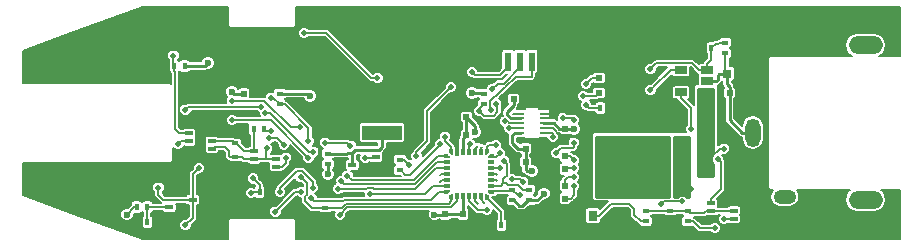
<source format=gbl>
G04 #@! TF.FileFunction,Copper,L2,Bot,Signal*
%FSLAX46Y46*%
G04 Gerber Fmt 4.6, Leading zero omitted, Abs format (unit mm)*
G04 Created by KiCad (PCBNEW 4.0.7) date Sun Oct 15 20:20:48 2017*
%MOMM*%
%LPD*%
G01*
G04 APERTURE LIST*
%ADD10C,0.100000*%
%ADD11C,0.600000*%
%ADD12R,0.800000X0.750000*%
%ADD13R,0.600000X0.500000*%
%ADD14R,0.500000X0.600000*%
%ADD15R,0.600000X0.450000*%
%ADD16R,0.600000X1.550000*%
%ADD17R,1.200000X1.800000*%
%ADD18R,0.800000X2.900000*%
%ADD19R,0.600000X0.400000*%
%ADD20R,0.400000X0.600000*%
%ADD21R,1.060000X0.650000*%
%ADD22R,0.600000X0.225000*%
%ADD23R,0.700000X0.450000*%
%ADD24R,3.400000X1.300000*%
%ADD25R,0.150000X0.500000*%
%ADD26R,0.300000X0.550000*%
%ADD27R,0.500000X0.150000*%
%ADD28R,0.550000X0.300000*%
%ADD29R,0.352000X0.300000*%
%ADD30R,0.300000X0.352000*%
%ADD31O,3.200000X1.300000*%
%ADD32O,1.300000X2.400000*%
%ADD33O,2.400000X1.200000*%
%ADD34O,1.900000X1.200000*%
%ADD35O,2.900000X1.500000*%
%ADD36R,0.700000X0.600000*%
%ADD37R,0.500000X0.900000*%
%ADD38R,0.650000X0.400000*%
%ADD39R,0.800000X0.900000*%
%ADD40C,0.500000*%
%ADD41C,0.152400*%
%ADD42C,0.254000*%
%ADD43C,0.177800*%
G04 APERTURE END LIST*
D10*
D11*
X125730000Y-104267000D03*
X160020000Y-100584000D03*
X133731000Y-99060000D03*
X134620000Y-93853000D03*
X132588000Y-91440000D03*
X151765000Y-104267000D03*
X161036000Y-102489000D03*
X163576000Y-97028000D03*
X154940000Y-93980000D03*
X142748000Y-100838000D03*
X155194000Y-97282000D03*
X136144000Y-88900000D03*
X130048000Y-100330000D03*
X137414000Y-100330000D03*
X133096000Y-96266000D03*
X131064000Y-96266000D03*
X132080000Y-96266000D03*
X132334000Y-104394000D03*
X130175000Y-102235000D03*
X136271000Y-104013000D03*
X141224000Y-94234000D03*
X164592000Y-98044000D03*
X177546000Y-100711000D03*
X166878000Y-105918000D03*
X170688000Y-100584000D03*
X169926000Y-100584000D03*
X169164000Y-100584000D03*
X168402000Y-100584000D03*
X168402000Y-99822000D03*
X169164000Y-99822000D03*
X169926000Y-99822000D03*
X170688000Y-99822000D03*
X170688000Y-99060000D03*
X169926000Y-99060000D03*
X166116000Y-105918000D03*
X168402000Y-99060000D03*
X169164000Y-99060000D03*
D12*
X176542000Y-92329000D03*
X178042000Y-92329000D03*
D13*
X176742000Y-93980000D03*
X177842000Y-93980000D03*
D14*
X171196000Y-98086000D03*
X171196000Y-96986000D03*
X169926000Y-98086000D03*
X169926000Y-96986000D03*
X168656000Y-98086000D03*
X168656000Y-96986000D03*
D13*
X154474000Y-97536000D03*
X153374000Y-97536000D03*
X154474000Y-96012000D03*
X153374000Y-96012000D03*
D14*
X154178000Y-104225000D03*
X154178000Y-105325000D03*
X152654000Y-104225000D03*
X152654000Y-105325000D03*
D13*
X165904000Y-99314000D03*
X164804000Y-99314000D03*
X165904000Y-100584000D03*
X164804000Y-100584000D03*
D14*
X162814000Y-101812000D03*
X162814000Y-102912000D03*
X162814000Y-99314000D03*
X162814000Y-100414000D03*
D13*
X165693000Y-92710000D03*
X166793000Y-92710000D03*
X165693000Y-93980000D03*
X166793000Y-93980000D03*
X159470000Y-99822000D03*
X160570000Y-99822000D03*
X159470000Y-98679000D03*
X160570000Y-98679000D03*
D14*
X162814000Y-96986000D03*
X162814000Y-98086000D03*
D13*
X158454000Y-94488000D03*
X159554000Y-94488000D03*
D15*
X174786000Y-96266000D03*
X172686000Y-96266000D03*
D16*
X159996000Y-91309000D03*
X158996000Y-91309000D03*
X157996000Y-91309000D03*
X156996000Y-91309000D03*
D17*
X161296000Y-88784000D03*
X155696000Y-88784000D03*
D18*
X174836000Y-99314000D03*
X172636000Y-99314000D03*
D19*
X138684000Y-94038000D03*
X138684000Y-94938000D03*
D20*
X130625000Y-91694000D03*
X129725000Y-91694000D03*
X137356000Y-97028000D03*
X136456000Y-97028000D03*
D19*
X134874000Y-98240000D03*
X134874000Y-97340000D03*
X176403000Y-90620000D03*
X176403000Y-89720000D03*
D20*
X175202000Y-90170000D03*
X174302000Y-90170000D03*
D19*
X142494000Y-103690000D03*
X142494000Y-104590000D03*
D20*
X157422000Y-105156000D03*
X156522000Y-105156000D03*
D19*
X158369000Y-103066000D03*
X158369000Y-102166000D03*
X159766000Y-103066000D03*
X159766000Y-102166000D03*
X155956000Y-94038000D03*
X155956000Y-94938000D03*
D20*
X165793000Y-95250000D03*
X166693000Y-95250000D03*
D21*
X172636000Y-93914000D03*
X172636000Y-92964000D03*
X172636000Y-92014000D03*
X174836000Y-92014000D03*
X174836000Y-93914000D03*
X174836000Y-92964000D03*
D22*
X159120000Y-97320000D03*
X159120000Y-96920000D03*
X159120000Y-96520000D03*
X159120000Y-96120000D03*
X159120000Y-95720000D03*
X160920000Y-95720000D03*
X160920000Y-96120000D03*
X160920000Y-96520000D03*
X160920000Y-96920000D03*
X160920000Y-97320000D03*
D14*
X135636000Y-94064000D03*
X135636000Y-92964000D03*
D23*
X146796000Y-99426000D03*
X146796000Y-100726000D03*
X144796000Y-100076000D03*
D19*
X142748000Y-100018000D03*
X142748000Y-99118000D03*
X148844000Y-99626000D03*
X148844000Y-100526000D03*
D24*
X147320000Y-97314000D03*
X147320000Y-88614000D03*
D25*
X156111000Y-102738000D03*
D26*
X155686000Y-102713000D03*
X155186000Y-102713000D03*
X154686000Y-102713000D03*
X154186000Y-102713000D03*
X153686000Y-102713000D03*
D25*
X153261000Y-102738000D03*
X153261000Y-98938000D03*
D26*
X153686000Y-98963000D03*
X154186000Y-98963000D03*
X154686000Y-98963000D03*
X155186000Y-98963000D03*
X155686000Y-98963000D03*
D25*
X156111000Y-98938000D03*
D27*
X152786000Y-102263000D03*
D28*
X152811000Y-101838000D03*
X152811000Y-101338000D03*
X152811000Y-100838000D03*
X152811000Y-100338000D03*
X152811000Y-99838000D03*
D29*
X152711800Y-99338000D03*
D27*
X156586000Y-99413000D03*
D28*
X156561000Y-99838000D03*
X156561000Y-100338000D03*
X156561000Y-100838000D03*
X156561000Y-101338000D03*
X156561000Y-101838000D03*
D27*
X156586000Y-102263000D03*
X152786000Y-99413000D03*
D10*
G36*
X153035000Y-99338500D02*
X152887000Y-99485500D01*
X152887000Y-99190500D01*
X153035000Y-99337500D01*
X153035000Y-99338500D01*
X153035000Y-99338500D01*
G37*
D30*
X153186000Y-98863800D03*
D10*
G36*
X153038500Y-99039000D02*
X153333500Y-99039000D01*
X153186500Y-99187000D01*
X153185500Y-99187000D01*
X153038500Y-99039000D01*
X153038500Y-99039000D01*
G37*
D30*
X156186000Y-98863800D03*
D29*
X156660200Y-99338000D03*
X156660200Y-102338000D03*
D30*
X153186000Y-102812200D03*
X156186000Y-102812200D03*
D29*
X152711800Y-102338000D03*
D10*
G36*
X153035000Y-102338500D02*
X152887000Y-102485500D01*
X152887000Y-102190500D01*
X153035000Y-102337500D01*
X153035000Y-102338500D01*
X153035000Y-102338500D01*
G37*
G36*
X156038500Y-99039000D02*
X156333500Y-99039000D01*
X156186500Y-99187000D01*
X156185500Y-99187000D01*
X156038500Y-99039000D01*
X156038500Y-99039000D01*
G37*
G36*
X153333500Y-102637000D02*
X153038500Y-102637000D01*
X153185500Y-102489000D01*
X153186500Y-102489000D01*
X153333500Y-102637000D01*
X153333500Y-102637000D01*
G37*
G36*
X156333500Y-102637000D02*
X156038500Y-102637000D01*
X156185500Y-102489000D01*
X156186500Y-102489000D01*
X156333500Y-102637000D01*
X156333500Y-102637000D01*
G37*
G36*
X156337000Y-99337500D02*
X156485000Y-99190500D01*
X156485000Y-99485500D01*
X156337000Y-99338500D01*
X156337000Y-99337500D01*
X156337000Y-99337500D01*
G37*
G36*
X156337000Y-102337500D02*
X156485000Y-102190500D01*
X156485000Y-102485500D01*
X156337000Y-102338500D01*
X156337000Y-102337500D01*
X156337000Y-102337500D01*
G37*
D23*
X129302000Y-103647000D03*
X129302000Y-102347000D03*
X131302000Y-102997000D03*
D31*
X125586000Y-92320000D03*
X125586000Y-100720000D03*
X118786000Y-100720000D03*
X118786000Y-92320000D03*
D32*
X178710000Y-97320000D03*
D33*
X181610000Y-90170000D03*
D34*
X181410000Y-102770000D03*
D35*
X188260000Y-89920000D03*
X188260000Y-103020000D03*
D36*
X167132000Y-96836000D03*
X167132000Y-98236000D03*
D37*
X172708000Y-102108000D03*
X171208000Y-102108000D03*
D38*
X177099000Y-103299500D03*
X177099000Y-104599500D03*
X175199000Y-103949500D03*
X177099000Y-103949500D03*
X175199000Y-104599500D03*
X175199000Y-103299500D03*
X138364000Y-98918000D03*
X138364000Y-100218000D03*
X136464000Y-99568000D03*
X138364000Y-99568000D03*
X136464000Y-100218000D03*
X136464000Y-98918000D03*
D19*
X173228000Y-104844000D03*
X173228000Y-103944000D03*
X171704000Y-103944000D03*
X171704000Y-104844000D03*
D20*
X136964000Y-102362000D03*
X137864000Y-102362000D03*
D19*
X134874000Y-99372000D03*
X134874000Y-100272000D03*
D38*
X131003000Y-98694000D03*
X131003000Y-97394000D03*
X132903000Y-98044000D03*
X131003000Y-98044000D03*
X132903000Y-97394000D03*
X132903000Y-98694000D03*
D39*
X167066000Y-104378000D03*
X165166000Y-104378000D03*
X166116000Y-102378000D03*
D19*
X169672000Y-104844000D03*
X169672000Y-103944000D03*
D20*
X127450000Y-103632000D03*
X126550000Y-103632000D03*
X127450000Y-104902000D03*
X126550000Y-104902000D03*
D40*
X143764000Y-104267000D03*
X138684000Y-102362000D03*
X141470505Y-101988495D03*
X173482000Y-97028006D03*
X163576000Y-101092000D03*
X163576000Y-101854000D03*
X163576000Y-99677587D03*
X163576000Y-100330000D03*
X164592000Y-93218000D03*
X164338000Y-94234000D03*
X156588663Y-95402446D03*
X156964593Y-98369053D03*
X157310977Y-99066717D03*
X156620412Y-93667297D03*
X150241000Y-99314000D03*
X154940000Y-92202000D03*
X153162000Y-93472000D03*
X156210000Y-103886000D03*
X141097000Y-98044000D03*
X144399000Y-100965000D03*
X137922000Y-94361000D03*
X137100402Y-95123000D03*
X130683000Y-95377000D03*
X143891000Y-101443610D03*
X141507390Y-98946930D03*
X137443108Y-95678153D03*
X137922000Y-97155000D03*
X170053000Y-93726000D03*
X140426376Y-101098234D03*
X140402606Y-96881064D03*
X134620000Y-94615000D03*
X159004000Y-102616000D03*
X161798000Y-97663000D03*
X158059079Y-96947585D03*
X157615789Y-99697977D03*
X163576000Y-96266000D03*
X162618789Y-96125448D03*
X156972000Y-94869000D03*
X157726758Y-96367366D03*
X155575000Y-95504000D03*
X152654000Y-97663000D03*
X164592000Y-94996000D03*
X159258000Y-101473000D03*
X158300789Y-101258789D03*
X157353000Y-100330000D03*
X162052000Y-99060000D03*
X163571999Y-98175001D03*
X129667000Y-90805000D03*
X146304000Y-102489000D03*
X144653000Y-98425000D03*
X142494000Y-98171000D03*
X146939000Y-92710000D03*
X140716000Y-88900000D03*
X140462000Y-102362000D03*
X141351000Y-102870000D03*
X138303000Y-104013000D03*
X176276000Y-98679000D03*
X128397000Y-101981000D03*
X130683000Y-105156000D03*
X131826000Y-100330000D03*
X145923000Y-99441000D03*
X149606000Y-100076000D03*
X154813000Y-98298000D03*
X152273000Y-98298000D03*
X130048000Y-98298000D03*
X143608993Y-102081158D03*
X141090527Y-99448793D03*
X134620000Y-96266000D03*
X175514000Y-105410006D03*
X172720000Y-103124004D03*
X170942000Y-103378000D03*
X176281327Y-104648390D03*
X170053008Y-91948000D03*
X175763505Y-99543753D03*
X139192000Y-99441000D03*
X137794052Y-97794743D03*
X139003515Y-98359484D03*
X137579459Y-98667212D03*
X136240796Y-102433057D03*
X136409485Y-101201772D03*
X173482000Y-102108000D03*
D41*
X144399000Y-103632000D02*
X143764000Y-104267000D01*
X153686000Y-103108000D02*
X153162000Y-103632000D01*
X153686000Y-102713000D02*
X153686000Y-103108000D01*
X153162000Y-103632000D02*
X144399000Y-103632000D01*
X141470505Y-101465505D02*
X140589000Y-100584000D01*
X140589000Y-100584000D02*
X140108447Y-100584000D01*
X140108447Y-100584000D02*
X138684000Y-102008447D01*
X138684000Y-102008447D02*
X138684000Y-102362000D01*
X141470505Y-101988495D02*
X141470505Y-101465505D01*
X161925000Y-95720000D02*
X162141000Y-95504000D01*
X162141000Y-95504000D02*
X162618000Y-95504000D01*
X162814000Y-98036000D02*
X162814000Y-98086000D01*
X162411600Y-97633600D02*
X162814000Y-98036000D01*
X162411600Y-97568270D02*
X162411600Y-97633600D01*
X161763330Y-96920000D02*
X162411600Y-97568270D01*
X160920000Y-96920000D02*
X161763330Y-96920000D01*
X160920000Y-95720000D02*
X161925000Y-95720000D01*
X161887000Y-95885000D02*
X161887000Y-95882600D01*
X161887000Y-95882600D02*
X161925000Y-95844600D01*
X161925000Y-95844600D02*
X161925000Y-95720000D01*
X161652000Y-96120000D02*
X161887000Y-95885000D01*
X160920000Y-96120000D02*
X161652000Y-96120000D01*
D42*
X154178000Y-104225000D02*
X154178000Y-102721000D01*
X154178000Y-102721000D02*
X154186000Y-102713000D01*
X152654000Y-104225000D02*
X154178000Y-104225000D01*
X151765000Y-104267000D02*
X152612000Y-104267000D01*
X152612000Y-104267000D02*
X152654000Y-104225000D01*
D41*
X126550000Y-103632000D02*
X126365000Y-103632000D01*
X126365000Y-103632000D02*
X125730000Y-104267000D01*
D42*
X135636000Y-94064000D02*
X134831000Y-94064000D01*
X134831000Y-94064000D02*
X134620000Y-93853000D01*
D41*
X173482000Y-96674453D02*
X173482000Y-97028006D01*
X173482000Y-95237400D02*
X173482000Y-96674453D01*
X172636000Y-94391400D02*
X173482000Y-95237400D01*
X172636000Y-93914000D02*
X172636000Y-94391400D01*
X176542000Y-92329000D02*
X176403000Y-92190000D01*
X176403000Y-92190000D02*
X176403000Y-90620000D01*
D42*
X175768000Y-92837000D02*
X175641000Y-92964000D01*
X175641000Y-92964000D02*
X174836000Y-92964000D01*
X175768000Y-92449000D02*
X175768000Y-92837000D01*
X176542000Y-92329000D02*
X175888000Y-92329000D01*
X175888000Y-92329000D02*
X175768000Y-92449000D01*
X176742000Y-93430000D02*
X176542000Y-93230000D01*
X176542000Y-93230000D02*
X176542000Y-92329000D01*
X176742000Y-93980000D02*
X176742000Y-93430000D01*
X176742000Y-96256000D02*
X176742000Y-93980000D01*
X130625000Y-91694000D02*
X132334000Y-91694000D01*
X132334000Y-91694000D02*
X132588000Y-91440000D01*
X178710000Y-97320000D02*
X177806000Y-97320000D01*
X177806000Y-97320000D02*
X176742000Y-96256000D01*
X158369000Y-97536000D02*
X158585000Y-97320000D01*
X158369000Y-98171000D02*
X158369000Y-97536000D01*
X158585000Y-97320000D02*
X159120000Y-97320000D01*
X158877000Y-98679000D02*
X158369000Y-98171000D01*
X159470000Y-98679000D02*
X158877000Y-98679000D01*
X155194000Y-96732000D02*
X154474000Y-96012000D01*
X159470000Y-99822000D02*
X159470000Y-98679000D01*
X160020000Y-100584000D02*
X159595736Y-100584000D01*
X159595736Y-100584000D02*
X159470000Y-100458264D01*
X159470000Y-100458264D02*
X159470000Y-99822000D01*
X159666000Y-103066000D02*
X159766000Y-103066000D01*
X158923000Y-103520000D02*
X159212000Y-103520000D01*
X158469000Y-103066000D02*
X158923000Y-103520000D01*
X158369000Y-103066000D02*
X158469000Y-103066000D01*
X159212000Y-103520000D02*
X159666000Y-103066000D01*
X159470000Y-98679000D02*
X159258000Y-98679000D01*
X159766000Y-103066000D02*
X160459000Y-103066000D01*
X160459000Y-103066000D02*
X161036000Y-102489000D01*
X161474000Y-96520000D02*
X160920000Y-96520000D01*
X162332239Y-96986000D02*
X161866239Y-96520000D01*
X162814000Y-96986000D02*
X162332239Y-96986000D01*
X161866239Y-96520000D02*
X161474000Y-96520000D01*
X158932500Y-97320000D02*
X159120000Y-97320000D01*
X138684000Y-94038000D02*
X141028000Y-94038000D01*
X141028000Y-94038000D02*
X141224000Y-94234000D01*
X142748000Y-100838000D02*
X142748000Y-100018000D01*
X163576000Y-97028000D02*
X162856000Y-97028000D01*
X162856000Y-97028000D02*
X162814000Y-96986000D01*
X154940000Y-93980000D02*
X155898000Y-93980000D01*
X155898000Y-93980000D02*
X155956000Y-94038000D01*
X154474000Y-97536000D02*
X154186000Y-97824000D01*
X154186000Y-97824000D02*
X154186000Y-98963000D01*
X155194000Y-97282000D02*
X155194000Y-96732000D01*
X154474000Y-96012000D02*
X154474000Y-97536000D01*
D41*
X163576000Y-101092000D02*
X163068000Y-101092000D01*
X163068000Y-101092000D02*
X162814000Y-101346000D01*
X162814000Y-101346000D02*
X162814000Y-101812000D01*
X163576000Y-102616000D02*
X163280000Y-102912000D01*
X163280000Y-102912000D02*
X162814000Y-102912000D01*
X163576000Y-101854000D02*
X163576000Y-102616000D01*
X163576000Y-99673600D02*
X163576000Y-99677587D01*
X163216400Y-99314000D02*
X163576000Y-99673600D01*
X162814000Y-99314000D02*
X163216400Y-99314000D01*
X163576000Y-100330000D02*
X162898000Y-100330000D01*
X162898000Y-100330000D02*
X162814000Y-100414000D01*
X165693000Y-92710000D02*
X165100000Y-92710000D01*
X165100000Y-92710000D02*
X164592000Y-93218000D01*
X164338000Y-94234000D02*
X165439000Y-94234000D01*
X165439000Y-94234000D02*
X165693000Y-93980000D01*
D42*
X158559609Y-96113609D02*
X158221701Y-96113609D01*
X157900000Y-95791908D02*
X157900000Y-95546000D01*
X157900000Y-95546000D02*
X158454000Y-94992000D01*
X158454000Y-94992000D02*
X158454000Y-94488000D01*
X158221701Y-96113609D02*
X157900000Y-95791908D01*
X159120000Y-96120000D02*
X158566000Y-96120000D01*
X158566000Y-96120000D02*
X158559609Y-96113609D01*
D41*
X159996000Y-91309000D02*
X159996000Y-92583000D01*
X156869271Y-94263399D02*
X156493399Y-94639271D01*
X156493399Y-94639271D02*
X156493399Y-95307182D01*
X159996000Y-92583000D02*
X158628066Y-92583000D01*
X158628066Y-92583000D02*
X157739068Y-93471998D01*
X157739068Y-93471998D02*
X157734002Y-93471998D01*
X157734002Y-93471998D02*
X156942601Y-94263399D01*
X156942601Y-94263399D02*
X156869271Y-94263399D01*
X156493399Y-95307182D02*
X156588663Y-95402446D01*
X156186000Y-98863800D02*
X156186000Y-98576000D01*
X156186000Y-98576000D02*
X156392947Y-98369053D01*
X156392947Y-98369053D02*
X156964593Y-98369053D01*
X156586000Y-99413000D02*
X157000000Y-99413000D01*
X157000000Y-99413000D02*
X157310977Y-99102023D01*
X157310977Y-99102023D02*
X157310977Y-99066717D01*
X158996000Y-91784000D02*
X158996000Y-91309000D01*
X157120520Y-93167189D02*
X157612811Y-93167189D01*
X156620412Y-93667297D02*
X157120520Y-93167189D01*
X157612811Y-93167189D02*
X158996000Y-91784000D01*
X154686000Y-102713000D02*
X154686000Y-103140400D01*
X155431600Y-103886000D02*
X155956000Y-103886000D01*
X154686000Y-103140400D02*
X155431600Y-103886000D01*
X155956000Y-103886000D02*
X156210000Y-103886000D01*
X153162000Y-93472000D02*
X151130000Y-95504000D01*
X151130000Y-95504000D02*
X151130000Y-98071447D01*
X151130000Y-98071447D02*
X150241000Y-98960447D01*
X150241000Y-98960447D02*
X150241000Y-99314000D01*
X157996000Y-91309000D02*
X157996000Y-91784000D01*
X157996000Y-91784000D02*
X157328001Y-92451999D01*
X155189999Y-92451999D02*
X154940000Y-92202000D01*
X157328001Y-92451999D02*
X155189999Y-92451999D01*
X141097000Y-97690447D02*
X141097000Y-98044000D01*
X138684000Y-94938000D02*
X139136400Y-94938000D01*
X141097000Y-96898600D02*
X141097000Y-97690447D01*
X139136400Y-94938000D02*
X141097000Y-96898600D01*
X144399000Y-100965000D02*
X144780000Y-101346000D01*
X152383400Y-99338000D02*
X152711800Y-99338000D01*
X144780000Y-101346000D02*
X150013867Y-101346000D01*
X150013867Y-101346000D02*
X152021867Y-99338000D01*
X152021867Y-99338000D02*
X152383400Y-99338000D01*
X137922000Y-94361000D02*
X138107000Y-94361000D01*
X138107000Y-94361000D02*
X138684000Y-94938000D01*
X130937000Y-95123000D02*
X137100402Y-95123000D01*
X130683000Y-95377000D02*
X130937000Y-95123000D01*
X144140999Y-101693609D02*
X143891000Y-101443610D01*
X151952934Y-99838000D02*
X150097325Y-101693609D01*
X150097325Y-101693609D02*
X144140999Y-101693609D01*
X152811000Y-99838000D02*
X151952934Y-99838000D01*
X141110930Y-98946930D02*
X141153837Y-98946930D01*
X141153837Y-98946930D02*
X141507390Y-98946930D01*
X137443108Y-95678153D02*
X137842153Y-95678153D01*
X137842153Y-95678153D02*
X141110930Y-98946930D01*
X137922000Y-97155000D02*
X137483000Y-97155000D01*
X137483000Y-97155000D02*
X137356000Y-97028000D01*
X171892000Y-92014000D02*
X171765000Y-92014000D01*
X170302999Y-93476001D02*
X170053000Y-93726000D01*
X171765000Y-92014000D02*
X170302999Y-93476001D01*
X172146000Y-92014000D02*
X171892000Y-92014000D01*
X172636000Y-92014000D02*
X171892000Y-92014000D01*
X142494000Y-103690000D02*
X143909933Y-103690000D01*
X143909933Y-103690000D02*
X144272744Y-103327189D01*
X144272744Y-103327189D02*
X152958811Y-103327189D01*
X152958811Y-103327189D02*
X153186000Y-103100000D01*
X153186000Y-103100000D02*
X153186000Y-102812200D01*
X140676375Y-101348233D02*
X140426376Y-101098234D01*
X140940602Y-102591730D02*
X140940602Y-101612460D01*
X140813602Y-103094602D02*
X140813602Y-102718730D01*
X141409000Y-103690000D02*
X140813602Y-103094602D01*
X140940602Y-101612460D02*
X140676375Y-101348233D01*
X142494000Y-103690000D02*
X141409000Y-103690000D01*
X140813602Y-102718730D02*
X140940602Y-102591730D01*
X137340670Y-94615000D02*
X139606734Y-96881064D01*
X134620000Y-94615000D02*
X137340670Y-94615000D01*
X140049053Y-96881064D02*
X140402606Y-96881064D01*
X139606734Y-96881064D02*
X140049053Y-96881064D01*
X157422000Y-104703600D02*
X157422000Y-105156000D01*
X157422000Y-104074200D02*
X157422000Y-104703600D01*
X156186000Y-102812200D02*
X156186000Y-102838200D01*
X156186000Y-102838200D02*
X157422000Y-104074200D01*
X159004000Y-102616000D02*
X158819000Y-102616000D01*
X158819000Y-102616000D02*
X158369000Y-102166000D01*
X158369000Y-102166000D02*
X158469000Y-102166000D01*
X156586000Y-102263000D02*
X158272000Y-102263000D01*
X158272000Y-102263000D02*
X158369000Y-102166000D01*
X161798000Y-97663000D02*
X161798000Y-97409000D01*
X161798000Y-97409000D02*
X161709000Y-97320000D01*
X161709000Y-97320000D02*
X161514002Y-97320000D01*
X161514002Y-97320000D02*
X160920000Y-97320000D01*
X159120000Y-96920000D02*
X158086664Y-96920000D01*
X158086664Y-96920000D02*
X158059079Y-96947585D01*
X157861000Y-101600000D02*
X157998399Y-101737399D01*
X157998399Y-101737399D02*
X158814067Y-101737399D01*
X157607000Y-101600000D02*
X157861000Y-101600000D01*
X157607000Y-101219000D02*
X157607000Y-101600000D01*
X157607000Y-101600000D02*
X157369000Y-101838000D01*
X157840542Y-100985458D02*
X157607000Y-101219000D01*
X157865788Y-100985458D02*
X157840542Y-100985458D01*
X156561000Y-101838000D02*
X157369000Y-101838000D01*
X158814067Y-101737399D02*
X159242668Y-102166000D01*
X159242668Y-102166000D02*
X159313600Y-102166000D01*
X159313600Y-102166000D02*
X159766000Y-102166000D01*
X157865788Y-99947976D02*
X157615789Y-99697977D01*
X157865788Y-100985458D02*
X157865788Y-99947976D01*
X162618789Y-96125448D02*
X163435448Y-96125448D01*
X163435448Y-96125448D02*
X163576000Y-96266000D01*
X155575000Y-95504000D02*
X155952047Y-95881047D01*
X157099000Y-94996000D02*
X156972000Y-94869000D01*
X155952047Y-95881047D02*
X156818392Y-95881047D01*
X157099000Y-95600439D02*
X157099000Y-94996000D01*
X156818392Y-95881047D02*
X157099000Y-95600439D01*
X158074403Y-96469220D02*
X157972549Y-96367366D01*
X157972549Y-96367366D02*
X157726758Y-96367366D01*
X158328402Y-96469220D02*
X158074403Y-96469220D01*
X158379182Y-96520000D02*
X158328402Y-96469220D01*
X159120000Y-96520000D02*
X158379182Y-96520000D01*
X155575000Y-95504000D02*
X155575000Y-95319000D01*
X155575000Y-95319000D02*
X155956000Y-94938000D01*
X153186000Y-98863800D02*
X153186000Y-98535400D01*
X153186000Y-98535400D02*
X152654000Y-98003400D01*
X152654000Y-98003400D02*
X152654000Y-97663000D01*
X164846000Y-95250000D02*
X164592000Y-94996000D01*
X165793000Y-95250000D02*
X164846000Y-95250000D01*
X155686000Y-102981000D02*
X155956000Y-103251000D01*
X155686000Y-102713000D02*
X155686000Y-102981000D01*
X155186000Y-102713000D02*
X155186000Y-103140400D01*
X155186000Y-103140400D02*
X155423600Y-103378000D01*
X155686000Y-98963000D02*
X155686000Y-98618066D01*
X155686000Y-98618066D02*
X155752809Y-98551257D01*
X155752809Y-98551257D02*
X155752809Y-98501191D01*
X159043789Y-101258789D02*
X159258000Y-101473000D01*
X158300789Y-101258789D02*
X159043789Y-101258789D01*
X157353000Y-100330000D02*
X156569000Y-100330000D01*
X156569000Y-100330000D02*
X156561000Y-100338000D01*
X163571999Y-98175001D02*
X163571999Y-98528554D01*
X163571999Y-98528554D02*
X163485952Y-98614601D01*
X163485952Y-98614601D02*
X162497399Y-98614601D01*
X162497399Y-98614601D02*
X162052000Y-99060000D01*
X156561000Y-101338000D02*
X156988400Y-101338000D01*
X156988400Y-101338000D02*
X157099000Y-101448600D01*
X159120000Y-95720000D02*
X158407000Y-95720000D01*
X129667000Y-90805000D02*
X129667000Y-91636000D01*
X129667000Y-91636000D02*
X129725000Y-91694000D01*
X129725000Y-91694000D02*
X129725000Y-92146400D01*
X129725000Y-92146400D02*
X129794000Y-92215400D01*
X129794000Y-92215400D02*
X129794000Y-97028000D01*
X130160000Y-97394000D02*
X131003000Y-97394000D01*
X129794000Y-97028000D02*
X130160000Y-97394000D01*
X134678000Y-98044000D02*
X134874000Y-98240000D01*
X132903000Y-98044000D02*
X134678000Y-98044000D01*
X136464000Y-98918000D02*
X136464000Y-97036000D01*
X136464000Y-97036000D02*
X136456000Y-97028000D01*
X134874000Y-98240000D02*
X134974000Y-98240000D01*
X134974000Y-98240000D02*
X135652000Y-98918000D01*
X135652000Y-98918000D02*
X136464000Y-98918000D01*
X152383600Y-101838000D02*
X152811000Y-101838000D01*
X151654000Y-101838000D02*
X152383600Y-101838000D01*
X146304000Y-102489000D02*
X151003000Y-102489000D01*
X151003000Y-102489000D02*
X151654000Y-101838000D01*
X140716000Y-88900000D02*
X142621000Y-88900000D01*
X142621000Y-88900000D02*
X146431000Y-92710000D01*
X146431000Y-92710000D02*
X146939000Y-92710000D01*
X142494000Y-98171000D02*
X144399000Y-98171000D01*
X144399000Y-98171000D02*
X144653000Y-98425000D01*
X141351000Y-102870000D02*
X141600999Y-103119999D01*
X141600999Y-103119999D02*
X144048867Y-103119999D01*
X144146488Y-103022378D02*
X151485622Y-103022378D01*
X144048867Y-103119999D02*
X144146488Y-103022378D01*
X151485622Y-103022378D02*
X152170000Y-102338000D01*
X152170000Y-102338000D02*
X152711800Y-102338000D01*
X138303000Y-104013000D02*
X139954000Y-102362000D01*
X140108447Y-102362000D02*
X140462000Y-102362000D01*
X139954000Y-102362000D02*
X140108447Y-102362000D01*
X176276000Y-98679000D02*
X175922447Y-98679000D01*
X175922447Y-98679000D02*
X175287447Y-99314000D01*
X175287447Y-99314000D02*
X174836000Y-99314000D01*
X131302000Y-102997000D02*
X128778000Y-102997000D01*
X128778000Y-102997000D02*
X128397000Y-102616000D01*
X128397000Y-102616000D02*
X128397000Y-101981000D01*
X130683000Y-105156000D02*
X131302000Y-104537000D01*
X131302000Y-104537000D02*
X131302000Y-102997000D01*
X131826000Y-100330000D02*
X131302000Y-100854000D01*
X131302000Y-100854000D02*
X131302000Y-102997000D01*
D42*
X147320000Y-97314000D02*
X147320000Y-98552000D01*
X145050000Y-98806000D02*
X144796000Y-99060000D01*
X147320000Y-98552000D02*
X147066000Y-98806000D01*
X147066000Y-98806000D02*
X145050000Y-98806000D01*
X144796000Y-99060000D02*
X144796000Y-99597000D01*
X144796000Y-99060000D02*
X144375000Y-99060000D01*
X144375000Y-99060000D02*
X144317000Y-99118000D01*
X142748000Y-99118000D02*
X144317000Y-99118000D01*
X144796000Y-99597000D02*
X144796000Y-100076000D01*
D41*
X145923000Y-99441000D02*
X146781000Y-99441000D01*
X146781000Y-99441000D02*
X146796000Y-99426000D01*
X148844000Y-99626000D02*
X149156000Y-99626000D01*
X149156000Y-99626000D02*
X149606000Y-100076000D01*
X152023001Y-98547999D02*
X152273000Y-98298000D01*
X149692600Y-100878400D02*
X152023001Y-98547999D01*
X149296400Y-100878400D02*
X149692600Y-100878400D01*
X148944000Y-100526000D02*
X149296400Y-100878400D01*
X148844000Y-100526000D02*
X148944000Y-100526000D01*
X154813000Y-98298000D02*
X154686000Y-98425000D01*
X154686000Y-98425000D02*
X154686000Y-98963000D01*
X169672000Y-103944000D02*
X170632400Y-103944000D01*
X171704000Y-103944000D02*
X172156400Y-103944000D01*
X172156400Y-103944000D02*
X173228000Y-103944000D01*
X170632400Y-103944000D02*
X171704000Y-103944000D01*
X174721600Y-103949500D02*
X175199000Y-103949500D01*
X174560498Y-104110602D02*
X174721600Y-103949500D01*
X173394602Y-104110602D02*
X174560498Y-104110602D01*
X173228000Y-103944000D02*
X173394602Y-104110602D01*
X177099000Y-103949500D02*
X175199000Y-103949500D01*
X131003000Y-98044000D02*
X130302000Y-98044000D01*
X130302000Y-98044000D02*
X130048000Y-98298000D01*
X143962546Y-102081158D02*
X143608993Y-102081158D01*
X146003512Y-102081158D02*
X143962546Y-102081158D01*
X146074271Y-102010399D02*
X146003512Y-102081158D01*
X146533729Y-102010399D02*
X146074271Y-102010399D01*
X146604488Y-102081158D02*
X146533729Y-102010399D01*
X150140842Y-102081158D02*
X146604488Y-102081158D01*
X151884000Y-100338000D02*
X150140842Y-102081158D01*
X152811000Y-100338000D02*
X151884000Y-100338000D01*
X137907734Y-96266000D02*
X141090527Y-99448793D01*
X134620000Y-96266000D02*
X137907734Y-96266000D01*
X173228000Y-104844000D02*
X173680400Y-104844000D01*
X173680400Y-104844000D02*
X174246406Y-105410006D01*
X174246406Y-105410006D02*
X175160447Y-105410006D01*
X175160447Y-105410006D02*
X175514000Y-105410006D01*
X172366447Y-103124004D02*
X172720000Y-103124004D01*
X171195996Y-103124004D02*
X172366447Y-103124004D01*
X170942000Y-103378000D02*
X171195996Y-103124004D01*
X177099000Y-104599500D02*
X176330217Y-104599500D01*
X176330217Y-104599500D02*
X176281327Y-104648390D01*
X175202000Y-90170000D02*
X175583000Y-89789000D01*
X175768000Y-89789000D02*
X175837000Y-89720000D01*
X175583000Y-89789000D02*
X175768000Y-89789000D01*
X175837000Y-89720000D02*
X176403000Y-89720000D01*
X170540609Y-91460399D02*
X170303007Y-91698001D01*
X173599999Y-91460399D02*
X170540609Y-91460399D01*
X174836000Y-92014000D02*
X174153600Y-92014000D01*
X170303007Y-91698001D02*
X170053008Y-91948000D01*
X174153600Y-92014000D02*
X173599999Y-91460399D01*
X175199000Y-102947100D02*
X176013504Y-102132596D01*
X175199000Y-103299500D02*
X175199000Y-102947100D01*
X176013504Y-102132596D02*
X176013504Y-99793752D01*
X176013504Y-99793752D02*
X175763505Y-99543753D01*
X175202000Y-91170600D02*
X175202000Y-90932000D01*
X175202000Y-90932000D02*
X175202000Y-90622400D01*
X174836000Y-92014000D02*
X174836000Y-91536600D01*
X174836000Y-91536600D02*
X175202000Y-91170600D01*
X175202000Y-90170000D02*
X175202000Y-90622400D01*
X139192000Y-99794553D02*
X139192000Y-99441000D01*
X138364000Y-100218000D02*
X138841400Y-100218000D01*
X138841400Y-100218000D02*
X139192000Y-99867400D01*
X139192000Y-99867400D02*
X139192000Y-99794553D01*
X138147605Y-97794743D02*
X137794052Y-97794743D01*
X139003515Y-98359484D02*
X138438774Y-97794743D01*
X138438774Y-97794743D02*
X138147605Y-97794743D01*
X132903000Y-98694000D02*
X133065601Y-98531399D01*
X133065601Y-98531399D02*
X134033399Y-98531399D01*
X134366000Y-98864000D02*
X134366000Y-99316400D01*
X134033399Y-98531399D02*
X134366000Y-98864000D01*
X134366000Y-99316400D02*
X134421600Y-99372000D01*
X134421600Y-99372000D02*
X134874000Y-99372000D01*
X137541000Y-99568000D02*
X138364000Y-99568000D01*
X136464000Y-99568000D02*
X137541000Y-99568000D01*
X137541000Y-99568000D02*
X137541000Y-98705671D01*
X137541000Y-98705671D02*
X137579459Y-98667212D01*
X135440000Y-99372000D02*
X135636000Y-99568000D01*
X135636000Y-99568000D02*
X136464000Y-99568000D01*
X134874000Y-99372000D02*
X135440000Y-99372000D01*
X136311853Y-102362000D02*
X136240796Y-102433057D01*
X136964000Y-102362000D02*
X136311853Y-102362000D01*
X136964000Y-101756287D02*
X136659484Y-101451771D01*
X136964000Y-102362000D02*
X136964000Y-101756287D01*
X136659484Y-101451771D02*
X136409485Y-101201772D01*
X155186000Y-98687000D02*
X155448000Y-98425000D01*
X155186000Y-98963000D02*
X155186000Y-98687000D01*
X152811000Y-101338000D02*
X152383600Y-101338000D01*
X152383600Y-101338000D02*
X152248600Y-101473000D01*
X152811000Y-100838000D02*
X152383600Y-100838000D01*
X152383600Y-100838000D02*
X152273000Y-100948600D01*
X168656000Y-104280400D02*
X168656000Y-103772400D01*
X168656000Y-103772400D02*
X168261600Y-103378000D01*
X169672000Y-104844000D02*
X169219600Y-104844000D01*
X169219600Y-104844000D02*
X168656000Y-104280400D01*
X168261600Y-103378000D02*
X166718400Y-103378000D01*
X166718400Y-103378000D02*
X165718400Y-104378000D01*
X165718400Y-104378000D02*
X165166000Y-104378000D01*
X172708000Y-102108000D02*
X173482000Y-102108000D01*
X156561000Y-100838000D02*
X156988400Y-100838000D01*
X156988400Y-100838000D02*
X157099000Y-100948600D01*
X127450000Y-103632000D02*
X129287000Y-103632000D01*
X129287000Y-103632000D02*
X129302000Y-103647000D01*
X127450000Y-104902000D02*
X127450000Y-103632000D01*
D43*
G36*
X134278300Y-88138000D02*
X134304310Y-88268763D01*
X134378382Y-88379618D01*
X134489237Y-88453690D01*
X134620000Y-88479700D01*
X139700000Y-88479700D01*
X139830763Y-88453690D01*
X139941618Y-88379618D01*
X140015690Y-88268763D01*
X140041700Y-88138000D01*
X140041700Y-86701700D01*
X191174300Y-86701700D01*
X191174300Y-90844300D01*
X189405167Y-90844300D01*
X189712547Y-90638915D01*
X189932940Y-90309074D01*
X190010332Y-89920000D01*
X189932940Y-89530926D01*
X189712547Y-89201085D01*
X189382706Y-88980692D01*
X188993632Y-88903300D01*
X187526368Y-88903300D01*
X187137294Y-88980692D01*
X186807453Y-89201085D01*
X186587060Y-89530926D01*
X186509668Y-89920000D01*
X186587060Y-90309074D01*
X186807453Y-90638915D01*
X187114833Y-90844300D01*
X180340000Y-90844300D01*
X180209237Y-90870310D01*
X180098382Y-90944382D01*
X180024310Y-91055237D01*
X179998300Y-91186000D01*
X179998300Y-101854000D01*
X180024310Y-101984763D01*
X180098382Y-102095618D01*
X180209237Y-102169690D01*
X180340000Y-102195700D01*
X180397556Y-102195700D01*
X180235437Y-102438328D01*
X180169463Y-102770000D01*
X180235437Y-103101672D01*
X180423314Y-103382849D01*
X180704491Y-103570726D01*
X181036163Y-103636700D01*
X181783837Y-103636700D01*
X182115509Y-103570726D01*
X182396686Y-103382849D01*
X182584563Y-103101672D01*
X182650537Y-102770000D01*
X182584563Y-102438328D01*
X182422444Y-102195700D01*
X186965173Y-102195700D01*
X186807453Y-102301085D01*
X186587060Y-102630926D01*
X186509668Y-103020000D01*
X186587060Y-103409074D01*
X186807453Y-103738915D01*
X187137294Y-103959308D01*
X187526368Y-104036700D01*
X188993632Y-104036700D01*
X189382706Y-103959308D01*
X189712547Y-103738915D01*
X189932940Y-103409074D01*
X190010332Y-103020000D01*
X189932940Y-102630926D01*
X189712547Y-102301085D01*
X189554827Y-102195700D01*
X191174300Y-102195700D01*
X191174300Y-106338300D01*
X140041700Y-106338300D01*
X140041700Y-104902000D01*
X140015690Y-104771237D01*
X139941618Y-104660382D01*
X139830763Y-104586310D01*
X139700000Y-104560300D01*
X134620000Y-104560300D01*
X134489237Y-104586310D01*
X134378382Y-104660382D01*
X134304310Y-104771237D01*
X134278300Y-104902000D01*
X134278300Y-106338300D01*
X127060543Y-106338300D01*
X121705750Y-104379229D01*
X125163202Y-104379229D01*
X125249295Y-104587590D01*
X125408571Y-104747144D01*
X125616782Y-104833601D01*
X125842229Y-104833798D01*
X126050590Y-104747705D01*
X126210144Y-104588429D01*
X126296601Y-104380218D01*
X126296764Y-104193143D01*
X126350000Y-104203924D01*
X126750000Y-104203924D01*
X126848833Y-104185327D01*
X126939605Y-104126917D01*
X127000500Y-104037794D01*
X127000656Y-104037023D01*
X127055083Y-104121605D01*
X127107100Y-104157147D01*
X127107100Y-104377029D01*
X127060395Y-104407083D01*
X126999500Y-104496206D01*
X126978076Y-104602000D01*
X126978076Y-105202000D01*
X126996673Y-105300833D01*
X127055083Y-105391605D01*
X127144206Y-105452500D01*
X127250000Y-105473924D01*
X127650000Y-105473924D01*
X127748833Y-105455327D01*
X127839605Y-105396917D01*
X127900500Y-105307794D01*
X127921924Y-105202000D01*
X127921924Y-104602000D01*
X127903327Y-104503167D01*
X127844917Y-104412395D01*
X127792900Y-104376853D01*
X127792900Y-104156971D01*
X127839605Y-104126917D01*
X127900500Y-104037794D01*
X127913236Y-103974900D01*
X128701290Y-103974900D01*
X128757083Y-104061605D01*
X128846206Y-104122500D01*
X128952000Y-104143924D01*
X129652000Y-104143924D01*
X129750833Y-104125327D01*
X129841605Y-104066917D01*
X129902500Y-103977794D01*
X129923924Y-103872000D01*
X129923924Y-103422000D01*
X129908476Y-103339900D01*
X130710942Y-103339900D01*
X130757083Y-103411605D01*
X130846206Y-103472500D01*
X130952000Y-103493924D01*
X130959100Y-103493924D01*
X130959100Y-104394966D01*
X130714739Y-104639327D01*
X130580673Y-104639210D01*
X130390695Y-104717707D01*
X130245218Y-104862931D01*
X130166390Y-105052771D01*
X130166210Y-105258327D01*
X130244707Y-105448305D01*
X130389931Y-105593782D01*
X130579771Y-105672610D01*
X130785327Y-105672790D01*
X130975305Y-105594293D01*
X131120782Y-105449069D01*
X131199610Y-105259229D01*
X131199728Y-105124206D01*
X131544467Y-104779467D01*
X131618798Y-104668222D01*
X131644900Y-104537000D01*
X131644900Y-104115327D01*
X137786210Y-104115327D01*
X137864707Y-104305305D01*
X138009931Y-104450782D01*
X138199771Y-104529610D01*
X138405327Y-104529790D01*
X138595305Y-104451293D01*
X138740782Y-104306069D01*
X138819610Y-104116229D01*
X138819728Y-103981206D01*
X140085115Y-102715819D01*
X140168931Y-102799782D01*
X140358771Y-102878610D01*
X140470702Y-102878708D01*
X140470702Y-103094602D01*
X140496804Y-103225824D01*
X140571135Y-103337069D01*
X141166533Y-103932467D01*
X141277778Y-104006798D01*
X141409000Y-104032900D01*
X141969029Y-104032900D01*
X141999083Y-104079605D01*
X142088206Y-104140500D01*
X142194000Y-104161924D01*
X142794000Y-104161924D01*
X142892833Y-104143327D01*
X142983605Y-104084917D01*
X143019147Y-104032900D01*
X143301732Y-104032900D01*
X143247390Y-104163771D01*
X143247210Y-104369327D01*
X143325707Y-104559305D01*
X143470931Y-104704782D01*
X143660771Y-104783610D01*
X143866327Y-104783790D01*
X144056305Y-104705293D01*
X144201782Y-104560069D01*
X144280610Y-104370229D01*
X144280728Y-104235206D01*
X144541034Y-103974900D01*
X151272678Y-103974900D01*
X151198399Y-104153782D01*
X151198202Y-104379229D01*
X151284295Y-104587590D01*
X151443571Y-104747144D01*
X151651782Y-104833601D01*
X151877229Y-104833798D01*
X152085590Y-104747705D01*
X152172747Y-104660700D01*
X152174396Y-104660700D01*
X152209083Y-104714605D01*
X152298206Y-104775500D01*
X152404000Y-104796924D01*
X152904000Y-104796924D01*
X153002833Y-104778327D01*
X153093605Y-104719917D01*
X153154500Y-104630794D01*
X153156949Y-104618700D01*
X153673707Y-104618700D01*
X153674673Y-104623833D01*
X153733083Y-104714605D01*
X153822206Y-104775500D01*
X153928000Y-104796924D01*
X154428000Y-104796924D01*
X154526833Y-104778327D01*
X154617605Y-104719917D01*
X154678500Y-104630794D01*
X154699924Y-104525000D01*
X154699924Y-103925000D01*
X154681327Y-103826167D01*
X154622917Y-103735395D01*
X154571700Y-103700400D01*
X154571700Y-103511034D01*
X155189133Y-104128467D01*
X155300378Y-104202798D01*
X155431600Y-104228900D01*
X155822214Y-104228900D01*
X155916931Y-104323782D01*
X156106771Y-104402610D01*
X156312327Y-104402790D01*
X156502305Y-104324293D01*
X156647782Y-104179069D01*
X156726610Y-103989229D01*
X156726720Y-103863854D01*
X157079100Y-104216234D01*
X157079100Y-104631029D01*
X157032395Y-104661083D01*
X156971500Y-104750206D01*
X156950076Y-104856000D01*
X156950076Y-105456000D01*
X156968673Y-105554833D01*
X157027083Y-105645605D01*
X157116206Y-105706500D01*
X157222000Y-105727924D01*
X157622000Y-105727924D01*
X157720833Y-105709327D01*
X157811605Y-105650917D01*
X157872500Y-105561794D01*
X157893924Y-105456000D01*
X157893924Y-104856000D01*
X157875327Y-104757167D01*
X157816917Y-104666395D01*
X157764900Y-104630853D01*
X157764900Y-104074200D01*
X157738798Y-103942978D01*
X157728791Y-103928000D01*
X164494076Y-103928000D01*
X164494076Y-104828000D01*
X164512673Y-104926833D01*
X164571083Y-105017605D01*
X164660206Y-105078500D01*
X164766000Y-105099924D01*
X165566000Y-105099924D01*
X165664833Y-105081327D01*
X165755605Y-105022917D01*
X165816500Y-104933794D01*
X165837924Y-104828000D01*
X165837924Y-104697125D01*
X165849622Y-104694798D01*
X165960867Y-104620467D01*
X166860434Y-103720900D01*
X168119566Y-103720900D01*
X168313100Y-103914434D01*
X168313100Y-104280400D01*
X168339202Y-104411622D01*
X168413533Y-104522867D01*
X168977133Y-105086467D01*
X169088378Y-105160798D01*
X169136377Y-105170346D01*
X169177083Y-105233605D01*
X169266206Y-105294500D01*
X169372000Y-105315924D01*
X169972000Y-105315924D01*
X170070833Y-105297327D01*
X170161605Y-105238917D01*
X170222500Y-105149794D01*
X170243924Y-105044000D01*
X170243924Y-104644000D01*
X170225327Y-104545167D01*
X170166917Y-104454395D01*
X170077794Y-104393500D01*
X170077023Y-104393344D01*
X170161605Y-104338917D01*
X170197147Y-104286900D01*
X171179029Y-104286900D01*
X171209083Y-104333605D01*
X171298206Y-104394500D01*
X171404000Y-104415924D01*
X172004000Y-104415924D01*
X172102833Y-104397327D01*
X172193605Y-104338917D01*
X172229147Y-104286900D01*
X172703029Y-104286900D01*
X172733083Y-104333605D01*
X172822206Y-104394500D01*
X172822977Y-104394656D01*
X172738395Y-104449083D01*
X172677500Y-104538206D01*
X172656076Y-104644000D01*
X172656076Y-105044000D01*
X172674673Y-105142833D01*
X172733083Y-105233605D01*
X172822206Y-105294500D01*
X172928000Y-105315924D01*
X173528000Y-105315924D01*
X173626833Y-105297327D01*
X173640195Y-105288729D01*
X174003939Y-105652473D01*
X174115184Y-105726804D01*
X174246406Y-105752906D01*
X175126214Y-105752906D01*
X175220931Y-105847788D01*
X175410771Y-105926616D01*
X175616327Y-105926796D01*
X175806305Y-105848299D01*
X175951782Y-105703075D01*
X176030610Y-105513235D01*
X176030790Y-105307679D01*
X175952293Y-105117701D01*
X175807069Y-104972224D01*
X175617229Y-104893396D01*
X175411673Y-104893216D01*
X175221695Y-104971713D01*
X175126136Y-105067106D01*
X174388440Y-105067106D01*
X173922867Y-104601533D01*
X173811622Y-104527202D01*
X173763623Y-104517654D01*
X173722917Y-104454395D01*
X173721610Y-104453502D01*
X174560498Y-104453502D01*
X174691720Y-104427400D01*
X174750665Y-104388015D01*
X174768206Y-104400000D01*
X174874000Y-104421424D01*
X175524000Y-104421424D01*
X175622833Y-104402827D01*
X175713605Y-104344417D01*
X175749147Y-104292400D01*
X175906576Y-104292400D01*
X175843545Y-104355321D01*
X175764717Y-104545161D01*
X175764537Y-104750717D01*
X175843034Y-104940695D01*
X175988258Y-105086172D01*
X176178098Y-105165000D01*
X176383654Y-105165180D01*
X176573632Y-105086683D01*
X176633876Y-105026544D01*
X176668206Y-105050000D01*
X176774000Y-105071424D01*
X177424000Y-105071424D01*
X177522833Y-105052827D01*
X177613605Y-104994417D01*
X177674500Y-104905294D01*
X177695924Y-104799500D01*
X177695924Y-104399500D01*
X177677327Y-104300667D01*
X177660920Y-104275169D01*
X177674500Y-104255294D01*
X177695924Y-104149500D01*
X177695924Y-103749500D01*
X177677327Y-103650667D01*
X177618917Y-103559895D01*
X177529794Y-103499000D01*
X177424000Y-103477576D01*
X176774000Y-103477576D01*
X176675167Y-103496173D01*
X176584395Y-103554583D01*
X176548853Y-103606600D01*
X175773608Y-103606600D01*
X175774500Y-103605294D01*
X175795924Y-103499500D01*
X175795924Y-103099500D01*
X175777327Y-103000667D01*
X175719787Y-102911247D01*
X176255971Y-102375063D01*
X176330302Y-102263818D01*
X176356404Y-102132596D01*
X176356404Y-99793752D01*
X176330302Y-99662530D01*
X176280167Y-99587497D01*
X176280295Y-99441426D01*
X176201798Y-99251448D01*
X176127144Y-99176664D01*
X176172771Y-99195610D01*
X176378327Y-99195790D01*
X176568305Y-99117293D01*
X176713782Y-98972069D01*
X176792610Y-98782229D01*
X176792790Y-98576673D01*
X176714293Y-98386695D01*
X176569069Y-98241218D01*
X176379229Y-98162390D01*
X176173673Y-98162210D01*
X175983695Y-98240707D01*
X175879598Y-98344623D01*
X175791225Y-98362202D01*
X175780700Y-98369235D01*
X175780700Y-93472000D01*
X175762461Y-93375066D01*
X175738772Y-93338252D01*
X175791663Y-93327731D01*
X175919388Y-93242388D01*
X176046388Y-93115388D01*
X176131731Y-92987663D01*
X176134373Y-92974380D01*
X176142000Y-92975924D01*
X176148300Y-92975924D01*
X176148300Y-93230000D01*
X176178269Y-93380663D01*
X176263612Y-93508388D01*
X176275463Y-93520239D01*
X176252395Y-93535083D01*
X176191500Y-93624206D01*
X176170076Y-93730000D01*
X176170076Y-94230000D01*
X176188673Y-94328833D01*
X176247083Y-94419605D01*
X176336206Y-94480500D01*
X176348300Y-94482949D01*
X176348300Y-96256000D01*
X176378269Y-96406663D01*
X176463612Y-96534388D01*
X177527612Y-97598388D01*
X177655337Y-97683731D01*
X177793300Y-97711174D01*
X177793300Y-97898734D01*
X177863080Y-98249540D01*
X178061795Y-98546939D01*
X178359194Y-98745654D01*
X178710000Y-98815434D01*
X179060806Y-98745654D01*
X179358205Y-98546939D01*
X179556920Y-98249540D01*
X179626700Y-97898734D01*
X179626700Y-96741266D01*
X179556920Y-96390460D01*
X179358205Y-96093061D01*
X179060806Y-95894346D01*
X178710000Y-95824566D01*
X178359194Y-95894346D01*
X178061795Y-96093061D01*
X177863080Y-96390460D01*
X177793300Y-96741266D01*
X177793300Y-96750524D01*
X177135700Y-96092924D01*
X177135700Y-94484293D01*
X177140833Y-94483327D01*
X177231605Y-94424917D01*
X177292500Y-94335794D01*
X177313924Y-94230000D01*
X177313924Y-93730000D01*
X177295327Y-93631167D01*
X177236917Y-93540395D01*
X177147794Y-93479500D01*
X177135700Y-93477051D01*
X177135700Y-93430000D01*
X177105731Y-93279338D01*
X177020388Y-93151612D01*
X176935700Y-93066924D01*
X176935700Y-92975924D01*
X176942000Y-92975924D01*
X177040833Y-92957327D01*
X177131605Y-92898917D01*
X177192500Y-92809794D01*
X177213924Y-92704000D01*
X177213924Y-91954000D01*
X177195327Y-91855167D01*
X177136917Y-91764395D01*
X177047794Y-91703500D01*
X176942000Y-91682076D01*
X176745900Y-91682076D01*
X176745900Y-91083852D01*
X176801833Y-91073327D01*
X176892605Y-91014917D01*
X176953500Y-90925794D01*
X176974924Y-90820000D01*
X176974924Y-90420000D01*
X176956327Y-90321167D01*
X176897917Y-90230395D01*
X176808794Y-90169500D01*
X176808023Y-90169344D01*
X176892605Y-90114917D01*
X176953500Y-90025794D01*
X176974924Y-89920000D01*
X176974924Y-89520000D01*
X176956327Y-89421167D01*
X176897917Y-89330395D01*
X176808794Y-89269500D01*
X176703000Y-89248076D01*
X176103000Y-89248076D01*
X176004167Y-89266673D01*
X175913395Y-89325083D01*
X175877853Y-89377100D01*
X175837000Y-89377100D01*
X175705778Y-89403202D01*
X175641576Y-89446100D01*
X175583000Y-89446100D01*
X175451778Y-89472202D01*
X175340533Y-89546533D01*
X175288990Y-89598076D01*
X175002000Y-89598076D01*
X174903167Y-89616673D01*
X174812395Y-89675083D01*
X174751500Y-89764206D01*
X174730076Y-89870000D01*
X174730076Y-90470000D01*
X174748673Y-90568833D01*
X174807083Y-90659605D01*
X174859100Y-90695147D01*
X174859100Y-91028566D01*
X174593533Y-91294133D01*
X174519202Y-91405378D01*
X174516875Y-91417076D01*
X174306000Y-91417076D01*
X174207167Y-91435673D01*
X174117747Y-91493213D01*
X173842466Y-91217932D01*
X173731221Y-91143601D01*
X173599999Y-91117499D01*
X170540609Y-91117499D01*
X170409387Y-91143601D01*
X170298142Y-91217932D01*
X170084747Y-91431327D01*
X169950681Y-91431210D01*
X169760703Y-91509707D01*
X169615226Y-91654931D01*
X169536398Y-91844771D01*
X169536218Y-92050327D01*
X169614715Y-92240305D01*
X169759939Y-92385782D01*
X169949779Y-92464610D01*
X170155335Y-92464790D01*
X170345313Y-92386293D01*
X170490790Y-92241069D01*
X170569618Y-92051229D01*
X170569736Y-91916206D01*
X170682643Y-91803299D01*
X171490767Y-91803299D01*
X170084739Y-93209327D01*
X169950673Y-93209210D01*
X169760695Y-93287707D01*
X169615218Y-93432931D01*
X169536390Y-93622771D01*
X169536210Y-93828327D01*
X169614707Y-94018305D01*
X169759931Y-94163782D01*
X169949771Y-94242610D01*
X170155327Y-94242790D01*
X170345305Y-94164293D01*
X170490782Y-94019069D01*
X170569610Y-93829229D01*
X170569728Y-93694206D01*
X171848465Y-92415469D01*
X171852673Y-92437833D01*
X171911083Y-92528605D01*
X172000206Y-92589500D01*
X172106000Y-92610924D01*
X173166000Y-92610924D01*
X173264833Y-92592327D01*
X173355605Y-92533917D01*
X173416500Y-92444794D01*
X173437924Y-92339000D01*
X173437924Y-91803299D01*
X173457965Y-91803299D01*
X173911133Y-92256467D01*
X174022378Y-92330798D01*
X174034076Y-92333125D01*
X174034076Y-92339000D01*
X174052673Y-92437833D01*
X174085650Y-92489080D01*
X174055500Y-92533206D01*
X174034076Y-92639000D01*
X174034076Y-93205300D01*
X173990000Y-93205300D01*
X173893066Y-93223539D01*
X173804038Y-93280827D01*
X173744312Y-93368239D01*
X173723300Y-93472000D01*
X173723300Y-94993766D01*
X173228666Y-94499132D01*
X173264833Y-94492327D01*
X173355605Y-94433917D01*
X173416500Y-94344794D01*
X173437924Y-94239000D01*
X173437924Y-93589000D01*
X173419327Y-93490167D01*
X173360917Y-93399395D01*
X173271794Y-93338500D01*
X173166000Y-93317076D01*
X172106000Y-93317076D01*
X172007167Y-93335673D01*
X171916395Y-93394083D01*
X171855500Y-93483206D01*
X171834076Y-93589000D01*
X171834076Y-94239000D01*
X171852673Y-94337833D01*
X171911083Y-94428605D01*
X172000206Y-94489500D01*
X172106000Y-94510924D01*
X172316875Y-94510924D01*
X172319202Y-94522622D01*
X172393533Y-94633867D01*
X173139100Y-95379434D01*
X173139100Y-96640220D01*
X173044218Y-96734937D01*
X172965390Y-96924777D01*
X172965210Y-97130333D01*
X173022630Y-97269300D01*
X165354000Y-97269300D01*
X165257066Y-97287539D01*
X165168038Y-97344827D01*
X165108312Y-97432239D01*
X165087300Y-97536000D01*
X165087300Y-102870000D01*
X165105539Y-102966934D01*
X165162827Y-103055962D01*
X165250239Y-103115688D01*
X165354000Y-103136700D01*
X166474766Y-103136700D01*
X165804829Y-103806637D01*
X165760917Y-103738395D01*
X165671794Y-103677500D01*
X165566000Y-103656076D01*
X164766000Y-103656076D01*
X164667167Y-103674673D01*
X164576395Y-103733083D01*
X164515500Y-103822206D01*
X164494076Y-103928000D01*
X157728791Y-103928000D01*
X157664467Y-103831733D01*
X156607924Y-102775190D01*
X156607924Y-102759924D01*
X156836200Y-102759924D01*
X156935033Y-102741327D01*
X157025805Y-102682917D01*
X157078428Y-102605900D01*
X157947692Y-102605900D01*
X157963206Y-102616500D01*
X157963977Y-102616656D01*
X157879395Y-102671083D01*
X157818500Y-102760206D01*
X157797076Y-102866000D01*
X157797076Y-103266000D01*
X157815673Y-103364833D01*
X157874083Y-103455605D01*
X157963206Y-103516500D01*
X158069000Y-103537924D01*
X158384148Y-103537924D01*
X158644612Y-103798388D01*
X158772337Y-103883731D01*
X158923000Y-103913700D01*
X159212000Y-103913700D01*
X159362663Y-103883731D01*
X159490388Y-103798388D01*
X159750852Y-103537924D01*
X160066000Y-103537924D01*
X160164833Y-103519327D01*
X160255605Y-103460917D01*
X160256437Y-103459700D01*
X160459000Y-103459700D01*
X160609663Y-103429731D01*
X160737388Y-103344388D01*
X161026085Y-103055691D01*
X161148229Y-103055798D01*
X161356590Y-102969705D01*
X161516144Y-102810429D01*
X161602601Y-102602218D01*
X161602798Y-102376771D01*
X161516705Y-102168410D01*
X161357429Y-102008856D01*
X161149218Y-101922399D01*
X160923771Y-101922202D01*
X160715410Y-102008295D01*
X160555856Y-102167571D01*
X160469399Y-102375782D01*
X160469291Y-102498933D01*
X160295924Y-102672300D01*
X160254924Y-102672300D01*
X160171794Y-102615500D01*
X160171023Y-102615344D01*
X160255605Y-102560917D01*
X160316500Y-102471794D01*
X160337924Y-102366000D01*
X160337924Y-101966000D01*
X160319327Y-101867167D01*
X160260917Y-101776395D01*
X160171794Y-101715500D01*
X160066000Y-101694076D01*
X159725676Y-101694076D01*
X159774610Y-101576229D01*
X159774790Y-101370673D01*
X159696293Y-101180695D01*
X159551069Y-101035218D01*
X159361229Y-100956390D01*
X159196345Y-100956246D01*
X159175011Y-100941991D01*
X159043789Y-100915889D01*
X158688575Y-100915889D01*
X158593858Y-100821007D01*
X158404018Y-100742179D01*
X158208688Y-100742008D01*
X158208688Y-99947976D01*
X158182586Y-99816754D01*
X158132451Y-99741721D01*
X158132579Y-99595650D01*
X158054082Y-99405672D01*
X157908858Y-99260195D01*
X157807576Y-99218139D01*
X157827587Y-99169946D01*
X157827767Y-98964390D01*
X157749270Y-98774412D01*
X157604046Y-98628935D01*
X157443787Y-98562390D01*
X157481203Y-98472282D01*
X157481383Y-98266726D01*
X157402886Y-98076748D01*
X157257662Y-97931271D01*
X157067822Y-97852443D01*
X156862266Y-97852263D01*
X156672288Y-97930760D01*
X156576729Y-98026153D01*
X156392947Y-98026153D01*
X156261725Y-98052255D01*
X156150480Y-98126586D01*
X156004515Y-98272551D01*
X155995276Y-98258724D01*
X155884031Y-98184393D01*
X155752809Y-98158291D01*
X155676811Y-98173408D01*
X155579222Y-98108202D01*
X155448000Y-98082100D01*
X155316778Y-98108202D01*
X155298652Y-98120313D01*
X155251293Y-98005695D01*
X155106069Y-97860218D01*
X155036725Y-97831424D01*
X155036934Y-97830394D01*
X155080782Y-97848601D01*
X155306229Y-97848798D01*
X155514590Y-97762705D01*
X155674144Y-97603429D01*
X155760601Y-97395218D01*
X155760798Y-97169771D01*
X155674705Y-96961410D01*
X155587700Y-96874253D01*
X155587700Y-96732000D01*
X155557731Y-96581338D01*
X155483133Y-96469693D01*
X157209968Y-96469693D01*
X157288465Y-96659671D01*
X157433689Y-96805148D01*
X157542464Y-96850315D01*
X157542289Y-97049912D01*
X157620786Y-97239890D01*
X157766010Y-97385367D01*
X157955850Y-97464195D01*
X157989577Y-97464225D01*
X157988071Y-97471798D01*
X157975300Y-97536000D01*
X157975300Y-98171000D01*
X158005269Y-98321663D01*
X158090612Y-98449388D01*
X158598612Y-98957388D01*
X158726338Y-99042731D01*
X158877000Y-99072700D01*
X158945544Y-99072700D01*
X158975083Y-99118605D01*
X159064206Y-99179500D01*
X159076300Y-99181949D01*
X159076300Y-99317707D01*
X159071167Y-99318673D01*
X158980395Y-99377083D01*
X158919500Y-99466206D01*
X158898076Y-99572000D01*
X158898076Y-100072000D01*
X158916673Y-100170833D01*
X158975083Y-100261605D01*
X159064206Y-100322500D01*
X159076300Y-100324949D01*
X159076300Y-100458264D01*
X159106269Y-100608927D01*
X159191612Y-100736652D01*
X159317348Y-100862388D01*
X159445074Y-100947731D01*
X159595736Y-100977700D01*
X159612278Y-100977700D01*
X159698571Y-101064144D01*
X159906782Y-101150601D01*
X160132229Y-101150798D01*
X160340590Y-101064705D01*
X160500144Y-100905429D01*
X160586601Y-100697218D01*
X160586798Y-100471771D01*
X160500705Y-100263410D01*
X160341429Y-100103856D01*
X160133218Y-100017399D01*
X160041924Y-100017319D01*
X160041924Y-99572000D01*
X160023327Y-99473167D01*
X159964917Y-99382395D01*
X159875794Y-99321500D01*
X159863700Y-99319051D01*
X159863700Y-99183293D01*
X159868833Y-99182327D01*
X159899913Y-99162327D01*
X161535210Y-99162327D01*
X161613707Y-99352305D01*
X161758931Y-99497782D01*
X161948771Y-99576610D01*
X162154327Y-99576790D01*
X162292076Y-99519873D01*
X162292076Y-99614000D01*
X162310673Y-99712833D01*
X162369083Y-99803605D01*
X162458206Y-99864500D01*
X162458977Y-99864656D01*
X162374395Y-99919083D01*
X162313500Y-100008206D01*
X162292076Y-100114000D01*
X162292076Y-100714000D01*
X162310673Y-100812833D01*
X162369083Y-100903605D01*
X162458206Y-100964500D01*
X162564000Y-100985924D01*
X162689142Y-100985924D01*
X162571533Y-101103533D01*
X162497202Y-101214778D01*
X162489377Y-101254118D01*
X162465167Y-101258673D01*
X162374395Y-101317083D01*
X162313500Y-101406206D01*
X162292076Y-101512000D01*
X162292076Y-102112000D01*
X162310673Y-102210833D01*
X162369083Y-102301605D01*
X162458206Y-102362500D01*
X162458977Y-102362656D01*
X162374395Y-102417083D01*
X162313500Y-102506206D01*
X162292076Y-102612000D01*
X162292076Y-103212000D01*
X162310673Y-103310833D01*
X162369083Y-103401605D01*
X162458206Y-103462500D01*
X162564000Y-103483924D01*
X163064000Y-103483924D01*
X163162833Y-103465327D01*
X163253605Y-103406917D01*
X163314500Y-103317794D01*
X163329219Y-103245110D01*
X163411222Y-103228798D01*
X163522467Y-103154467D01*
X163818467Y-102858467D01*
X163892798Y-102747222D01*
X163918900Y-102616000D01*
X163918900Y-102241786D01*
X164013782Y-102147069D01*
X164092610Y-101957229D01*
X164092790Y-101751673D01*
X164014293Y-101561695D01*
X163925725Y-101472973D01*
X164013782Y-101385069D01*
X164092610Y-101195229D01*
X164092790Y-100989673D01*
X164014293Y-100799695D01*
X163925725Y-100710973D01*
X164013782Y-100623069D01*
X164092610Y-100433229D01*
X164092790Y-100227673D01*
X164014293Y-100037695D01*
X163980518Y-100003862D01*
X164013782Y-99970656D01*
X164092610Y-99780816D01*
X164092790Y-99575260D01*
X164014293Y-99385282D01*
X163869069Y-99239805D01*
X163679229Y-99160977D01*
X163548196Y-99160862D01*
X163458867Y-99071533D01*
X163347622Y-98997202D01*
X163332185Y-98994131D01*
X163325293Y-98957501D01*
X163485952Y-98957501D01*
X163617174Y-98931399D01*
X163728419Y-98857068D01*
X163814466Y-98771021D01*
X163888797Y-98659776D01*
X163906402Y-98571269D01*
X164009781Y-98468070D01*
X164088609Y-98278230D01*
X164088789Y-98072674D01*
X164010292Y-97882696D01*
X163865068Y-97737219D01*
X163675228Y-97658391D01*
X163469672Y-97658211D01*
X163279694Y-97736708D01*
X163134217Y-97881932D01*
X163055389Y-98071772D01*
X163055214Y-98271701D01*
X162497399Y-98271701D01*
X162366177Y-98297803D01*
X162254932Y-98372134D01*
X162083739Y-98543327D01*
X161949673Y-98543210D01*
X161759695Y-98621707D01*
X161614218Y-98766931D01*
X161535390Y-98956771D01*
X161535210Y-99162327D01*
X159899913Y-99162327D01*
X159959605Y-99123917D01*
X160020500Y-99034794D01*
X160041924Y-98929000D01*
X160041924Y-98429000D01*
X160023327Y-98330167D01*
X159964917Y-98239395D01*
X159875794Y-98178500D01*
X159770000Y-98157076D01*
X159170000Y-98157076D01*
X159071167Y-98175673D01*
X158985545Y-98230769D01*
X158762700Y-98007924D01*
X158762700Y-97751900D01*
X159423100Y-97751900D01*
X159423100Y-97790000D01*
X159429180Y-97822311D01*
X159448276Y-97851987D01*
X159477413Y-97871896D01*
X159512000Y-97878900D01*
X160528000Y-97878900D01*
X160560311Y-97872820D01*
X160589987Y-97853724D01*
X160609896Y-97824587D01*
X160616900Y-97790000D01*
X160616900Y-97751900D01*
X161281222Y-97751900D01*
X161281210Y-97765327D01*
X161359707Y-97955305D01*
X161504931Y-98100782D01*
X161694771Y-98179610D01*
X161900327Y-98179790D01*
X162090305Y-98101293D01*
X162235782Y-97956069D01*
X162314610Y-97766229D01*
X162314790Y-97560673D01*
X162236293Y-97370695D01*
X162223737Y-97358117D01*
X162308831Y-97375044D01*
X162310673Y-97384833D01*
X162369083Y-97475605D01*
X162458206Y-97536500D01*
X162564000Y-97557924D01*
X163064000Y-97557924D01*
X163162833Y-97539327D01*
X163237644Y-97491188D01*
X163254571Y-97508144D01*
X163462782Y-97594601D01*
X163688229Y-97594798D01*
X163896590Y-97508705D01*
X164056144Y-97349429D01*
X164142601Y-97141218D01*
X164142798Y-96915771D01*
X164056705Y-96707410D01*
X163961111Y-96611649D01*
X164013782Y-96559069D01*
X164092610Y-96369229D01*
X164092790Y-96163673D01*
X164014293Y-95973695D01*
X163869069Y-95828218D01*
X163679229Y-95749390D01*
X163473673Y-95749210D01*
X163392989Y-95782548D01*
X163006575Y-95782548D01*
X162911858Y-95687666D01*
X162722018Y-95608838D01*
X162516462Y-95608658D01*
X162326484Y-95687155D01*
X162181007Y-95832379D01*
X162102179Y-96022219D01*
X162102012Y-96213137D01*
X162016902Y-96156269D01*
X161866239Y-96126300D01*
X161505900Y-96126300D01*
X161505900Y-95377000D01*
X161499820Y-95344689D01*
X161480724Y-95315013D01*
X161451587Y-95295104D01*
X161417000Y-95288100D01*
X160616900Y-95288100D01*
X160616900Y-95250000D01*
X160610820Y-95217689D01*
X160591724Y-95188013D01*
X160562587Y-95168104D01*
X160528000Y-95161100D01*
X159512000Y-95161100D01*
X159479689Y-95167180D01*
X159450013Y-95186276D01*
X159430104Y-95215413D01*
X159423100Y-95250000D01*
X159423100Y-95288100D01*
X158714676Y-95288100D01*
X158732388Y-95270388D01*
X158817731Y-95142663D01*
X158847639Y-94992304D01*
X158852833Y-94991327D01*
X158943605Y-94932917D01*
X159004500Y-94843794D01*
X159025924Y-94738000D01*
X159025924Y-94336327D01*
X163821210Y-94336327D01*
X163899707Y-94526305D01*
X164044931Y-94671782D01*
X164149178Y-94715069D01*
X164075390Y-94892771D01*
X164075210Y-95098327D01*
X164153707Y-95288305D01*
X164298931Y-95433782D01*
X164488771Y-95512610D01*
X164633870Y-95512737D01*
X164714778Y-95566798D01*
X164846000Y-95592900D01*
X165329148Y-95592900D01*
X165339673Y-95648833D01*
X165398083Y-95739605D01*
X165487206Y-95800500D01*
X165593000Y-95821924D01*
X165993000Y-95821924D01*
X166091833Y-95803327D01*
X166182605Y-95744917D01*
X166243500Y-95655794D01*
X166264924Y-95550000D01*
X166264924Y-94950000D01*
X166246327Y-94851167D01*
X166187917Y-94760395D01*
X166098794Y-94699500D01*
X165993000Y-94678076D01*
X165593000Y-94678076D01*
X165494167Y-94696673D01*
X165403395Y-94755083D01*
X165342500Y-94844206D01*
X165329764Y-94907100D01*
X165108778Y-94907100D01*
X165108790Y-94893673D01*
X165030293Y-94703695D01*
X164903719Y-94576900D01*
X165439000Y-94576900D01*
X165570222Y-94550798D01*
X165643368Y-94501924D01*
X165993000Y-94501924D01*
X166091833Y-94483327D01*
X166182605Y-94424917D01*
X166243500Y-94335794D01*
X166264924Y-94230000D01*
X166264924Y-93730000D01*
X166246327Y-93631167D01*
X166187917Y-93540395D01*
X166098794Y-93479500D01*
X165993000Y-93458076D01*
X165393000Y-93458076D01*
X165294167Y-93476673D01*
X165203395Y-93535083D01*
X165142500Y-93624206D01*
X165121076Y-93730000D01*
X165121076Y-93891100D01*
X164725786Y-93891100D01*
X164631069Y-93796218D01*
X164441229Y-93717390D01*
X164235673Y-93717210D01*
X164045695Y-93795707D01*
X163900218Y-93940931D01*
X163821390Y-94130771D01*
X163821210Y-94336327D01*
X159025924Y-94336327D01*
X159025924Y-94238000D01*
X159007327Y-94139167D01*
X158948917Y-94048395D01*
X158859794Y-93987500D01*
X158754000Y-93966076D01*
X158154000Y-93966076D01*
X158055167Y-93984673D01*
X157964395Y-94043083D01*
X157903500Y-94132206D01*
X157882076Y-94238000D01*
X157882076Y-94738000D01*
X157900673Y-94836833D01*
X157959083Y-94927605D01*
X157960590Y-94928634D01*
X157621612Y-95267612D01*
X157536269Y-95395337D01*
X157515111Y-95501706D01*
X157506300Y-95546000D01*
X157506300Y-95791908D01*
X157526055Y-95891224D01*
X157434453Y-95929073D01*
X157288976Y-96074297D01*
X157210148Y-96264137D01*
X157209968Y-96469693D01*
X155483133Y-96469693D01*
X155472388Y-96453612D01*
X155045924Y-96027148D01*
X155045924Y-95762000D01*
X155027327Y-95663167D01*
X154968917Y-95572395D01*
X154879794Y-95511500D01*
X154774000Y-95490076D01*
X154174000Y-95490076D01*
X154075167Y-95508673D01*
X153984395Y-95567083D01*
X153923500Y-95656206D01*
X153902076Y-95762000D01*
X153902076Y-96262000D01*
X153920673Y-96360833D01*
X153979083Y-96451605D01*
X154068206Y-96512500D01*
X154080300Y-96514949D01*
X154080300Y-97031707D01*
X154075167Y-97032673D01*
X153984395Y-97091083D01*
X153923500Y-97180206D01*
X153902076Y-97286000D01*
X153902076Y-97553897D01*
X153822269Y-97673337D01*
X153803424Y-97768076D01*
X153792300Y-97824000D01*
X153792300Y-98572254D01*
X153785500Y-98582206D01*
X153764076Y-98688000D01*
X153764076Y-99225100D01*
X153600411Y-99225100D01*
X153607924Y-99188000D01*
X153607924Y-98687800D01*
X153589327Y-98588967D01*
X153530917Y-98498195D01*
X153520018Y-98490748D01*
X153502798Y-98404178D01*
X153428467Y-98292933D01*
X153091692Y-97956158D01*
X153091782Y-97956069D01*
X153170610Y-97766229D01*
X153170790Y-97560673D01*
X153092293Y-97370695D01*
X152947069Y-97225218D01*
X152757229Y-97146390D01*
X152551673Y-97146210D01*
X152361695Y-97224707D01*
X152216218Y-97369931D01*
X152137390Y-97559771D01*
X152137210Y-97765327D01*
X152147696Y-97790704D01*
X151980695Y-97859707D01*
X151835218Y-98004931D01*
X151756390Y-98194771D01*
X151756272Y-98329794D01*
X150757688Y-99328378D01*
X150757790Y-99211673D01*
X150679293Y-99021695D01*
X150671996Y-99014385D01*
X151372467Y-98313914D01*
X151446798Y-98202669D01*
X151472900Y-98071447D01*
X151472900Y-95646034D01*
X153026705Y-94092229D01*
X154373202Y-94092229D01*
X154459295Y-94300590D01*
X154618571Y-94460144D01*
X154826782Y-94546601D01*
X155052229Y-94546798D01*
X155260590Y-94460705D01*
X155347747Y-94373700D01*
X155426396Y-94373700D01*
X155461083Y-94427605D01*
X155550206Y-94488500D01*
X155550977Y-94488656D01*
X155466395Y-94543083D01*
X155405500Y-94632206D01*
X155384076Y-94738000D01*
X155384076Y-95023817D01*
X155282695Y-95065707D01*
X155137218Y-95210931D01*
X155058390Y-95400771D01*
X155058210Y-95606327D01*
X155136707Y-95796305D01*
X155281931Y-95941782D01*
X155471771Y-96020610D01*
X155606794Y-96020728D01*
X155709580Y-96123514D01*
X155820825Y-96197845D01*
X155952047Y-96223947D01*
X156818392Y-96223947D01*
X156949614Y-96197845D01*
X157060859Y-96123514D01*
X157341467Y-95842906D01*
X157415798Y-95731661D01*
X157441900Y-95600439D01*
X157441900Y-95084720D01*
X157488610Y-94972229D01*
X157488790Y-94766673D01*
X157410293Y-94576695D01*
X157265069Y-94431218D01*
X157261287Y-94429647D01*
X157966268Y-93724666D01*
X157981535Y-93714465D01*
X158375673Y-93320327D01*
X164075210Y-93320327D01*
X164153707Y-93510305D01*
X164298931Y-93655782D01*
X164488771Y-93734610D01*
X164694327Y-93734790D01*
X164884305Y-93656293D01*
X165029782Y-93511069D01*
X165108610Y-93321229D01*
X165108728Y-93186206D01*
X165177428Y-93117506D01*
X165198083Y-93149605D01*
X165287206Y-93210500D01*
X165393000Y-93231924D01*
X165993000Y-93231924D01*
X166091833Y-93213327D01*
X166182605Y-93154917D01*
X166243500Y-93065794D01*
X166264924Y-92960000D01*
X166264924Y-92460000D01*
X166246327Y-92361167D01*
X166187917Y-92270395D01*
X166098794Y-92209500D01*
X165993000Y-92188076D01*
X165393000Y-92188076D01*
X165294167Y-92206673D01*
X165203395Y-92265083D01*
X165142500Y-92354206D01*
X165139889Y-92367100D01*
X165100000Y-92367100D01*
X164968778Y-92393202D01*
X164857533Y-92467533D01*
X164623739Y-92701327D01*
X164489673Y-92701210D01*
X164299695Y-92779707D01*
X164154218Y-92924931D01*
X164075390Y-93114771D01*
X164075210Y-93320327D01*
X158375673Y-93320327D01*
X158770100Y-92925900D01*
X159996000Y-92925900D01*
X160127222Y-92899798D01*
X160238467Y-92825467D01*
X160312798Y-92714222D01*
X160338900Y-92583000D01*
X160338900Y-92347852D01*
X160394833Y-92337327D01*
X160485605Y-92278917D01*
X160546500Y-92189794D01*
X160567924Y-92084000D01*
X160567924Y-90534000D01*
X160549327Y-90435167D01*
X160490917Y-90344395D01*
X160401794Y-90283500D01*
X160296000Y-90262076D01*
X159696000Y-90262076D01*
X159597167Y-90280673D01*
X159506395Y-90339083D01*
X159496664Y-90353325D01*
X159490917Y-90344395D01*
X159401794Y-90283500D01*
X159296000Y-90262076D01*
X158696000Y-90262076D01*
X158597167Y-90280673D01*
X158506395Y-90339083D01*
X158496664Y-90353325D01*
X158490917Y-90344395D01*
X158401794Y-90283500D01*
X158296000Y-90262076D01*
X157696000Y-90262076D01*
X157597167Y-90280673D01*
X157506395Y-90339083D01*
X157445500Y-90428206D01*
X157424076Y-90534000D01*
X157424076Y-91870990D01*
X157185967Y-92109099D01*
X155456782Y-92109099D01*
X155456790Y-92099673D01*
X155378293Y-91909695D01*
X155233069Y-91764218D01*
X155043229Y-91685390D01*
X154837673Y-91685210D01*
X154647695Y-91763707D01*
X154502218Y-91908931D01*
X154423390Y-92098771D01*
X154423210Y-92304327D01*
X154501707Y-92494305D01*
X154646931Y-92639782D01*
X154836771Y-92718610D01*
X154983859Y-92718739D01*
X155058777Y-92768797D01*
X155189999Y-92794899D01*
X157328001Y-92794899D01*
X157459223Y-92768797D01*
X157570468Y-92694466D01*
X157909010Y-92355924D01*
X157939142Y-92355924D01*
X157470777Y-92824289D01*
X157120520Y-92824289D01*
X156989298Y-92850391D01*
X156878053Y-92924722D01*
X156652151Y-93150624D01*
X156518085Y-93150507D01*
X156328107Y-93229004D01*
X156182630Y-93374228D01*
X156103802Y-93564068D01*
X156103800Y-93566076D01*
X155656000Y-93566076D01*
X155557167Y-93584673D01*
X155554639Y-93586300D01*
X155347722Y-93586300D01*
X155261429Y-93499856D01*
X155053218Y-93413399D01*
X154827771Y-93413202D01*
X154619410Y-93499295D01*
X154459856Y-93658571D01*
X154373399Y-93866782D01*
X154373202Y-94092229D01*
X153026705Y-94092229D01*
X153130261Y-93988673D01*
X153264327Y-93988790D01*
X153454305Y-93910293D01*
X153599782Y-93765069D01*
X153678610Y-93575229D01*
X153678790Y-93369673D01*
X153600293Y-93179695D01*
X153455069Y-93034218D01*
X153265229Y-92955390D01*
X153059673Y-92955210D01*
X152869695Y-93033707D01*
X152724218Y-93178931D01*
X152645390Y-93368771D01*
X152645272Y-93503794D01*
X150887533Y-95261533D01*
X150813202Y-95372778D01*
X150787100Y-95504000D01*
X150787100Y-97929413D01*
X149998533Y-98717980D01*
X149924202Y-98829225D01*
X149906597Y-98917732D01*
X149803218Y-99020931D01*
X149724390Y-99210771D01*
X149724210Y-99416327D01*
X149798667Y-99596528D01*
X149709229Y-99559390D01*
X149574206Y-99559272D01*
X149410127Y-99395193D01*
X149397327Y-99327167D01*
X149338917Y-99236395D01*
X149249794Y-99175500D01*
X149144000Y-99154076D01*
X148544000Y-99154076D01*
X148445167Y-99172673D01*
X148354395Y-99231083D01*
X148293500Y-99320206D01*
X148272076Y-99426000D01*
X148272076Y-99826000D01*
X148290673Y-99924833D01*
X148349083Y-100015605D01*
X148438206Y-100076500D01*
X148438977Y-100076656D01*
X148354395Y-100131083D01*
X148293500Y-100220206D01*
X148272076Y-100326000D01*
X148272076Y-100726000D01*
X148290673Y-100824833D01*
X148349083Y-100915605D01*
X148438206Y-100976500D01*
X148544000Y-100997924D01*
X148930990Y-100997924D01*
X148936166Y-101003100D01*
X144922034Y-101003100D01*
X144915673Y-100996739D01*
X144915790Y-100862673D01*
X144837293Y-100672695D01*
X144737696Y-100572924D01*
X145146000Y-100572924D01*
X145244833Y-100554327D01*
X145335605Y-100495917D01*
X145396500Y-100406794D01*
X145417924Y-100301000D01*
X145417924Y-99851000D01*
X145399327Y-99752167D01*
X145340917Y-99661395D01*
X145251794Y-99600500D01*
X145189700Y-99587926D01*
X145189700Y-99223076D01*
X145213076Y-99199700D01*
X145463722Y-99199700D01*
X145406390Y-99337771D01*
X145406210Y-99543327D01*
X145484707Y-99733305D01*
X145629931Y-99878782D01*
X145819771Y-99957610D01*
X146025327Y-99957790D01*
X146215305Y-99879293D01*
X146252851Y-99841813D01*
X146340206Y-99901500D01*
X146446000Y-99922924D01*
X147146000Y-99922924D01*
X147244833Y-99904327D01*
X147335605Y-99845917D01*
X147396500Y-99756794D01*
X147417924Y-99651000D01*
X147417924Y-99201000D01*
X147399327Y-99102167D01*
X147370855Y-99057921D01*
X147598388Y-98830388D01*
X147683731Y-98702663D01*
X147713700Y-98552000D01*
X147713700Y-98235924D01*
X149020000Y-98235924D01*
X149118833Y-98217327D01*
X149209605Y-98158917D01*
X149270500Y-98069794D01*
X149291924Y-97964000D01*
X149291924Y-96664000D01*
X149273327Y-96565167D01*
X149214917Y-96474395D01*
X149125794Y-96413500D01*
X149020000Y-96392076D01*
X145620000Y-96392076D01*
X145521167Y-96410673D01*
X145430395Y-96469083D01*
X145369500Y-96558206D01*
X145348076Y-96664000D01*
X145348076Y-97964000D01*
X145366673Y-98062833D01*
X145425083Y-98153605D01*
X145514206Y-98214500D01*
X145620000Y-98235924D01*
X146926300Y-98235924D01*
X146926300Y-98388924D01*
X146902924Y-98412300D01*
X145169712Y-98412300D01*
X145169790Y-98322673D01*
X145091293Y-98132695D01*
X144946069Y-97987218D01*
X144756229Y-97908390D01*
X144611130Y-97908263D01*
X144530222Y-97854202D01*
X144399000Y-97828100D01*
X142881786Y-97828100D01*
X142787069Y-97733218D01*
X142597229Y-97654390D01*
X142391673Y-97654210D01*
X142201695Y-97732707D01*
X142056218Y-97877931D01*
X141977390Y-98067771D01*
X141977210Y-98273327D01*
X142055707Y-98463305D01*
X142200931Y-98608782D01*
X142343819Y-98668114D01*
X142258395Y-98723083D01*
X142197500Y-98812206D01*
X142176076Y-98918000D01*
X142176076Y-99318000D01*
X142194673Y-99416833D01*
X142253083Y-99507605D01*
X142342206Y-99568500D01*
X142342977Y-99568656D01*
X142258395Y-99623083D01*
X142197500Y-99712206D01*
X142176076Y-99818000D01*
X142176076Y-100218000D01*
X142194673Y-100316833D01*
X142253083Y-100407605D01*
X142326655Y-100457874D01*
X142267856Y-100516571D01*
X142181399Y-100724782D01*
X142181202Y-100950229D01*
X142267295Y-101158590D01*
X142426571Y-101318144D01*
X142634782Y-101404601D01*
X142860229Y-101404798D01*
X143068590Y-101318705D01*
X143228144Y-101159429D01*
X143314601Y-100951218D01*
X143314798Y-100725771D01*
X143228705Y-100517410D01*
X143168673Y-100457273D01*
X143237605Y-100412917D01*
X143298500Y-100323794D01*
X143319924Y-100218000D01*
X143319924Y-99818000D01*
X143301327Y-99719167D01*
X143242917Y-99628395D01*
X143153794Y-99567500D01*
X143153023Y-99567344D01*
X143237605Y-99512917D01*
X143238437Y-99511700D01*
X144317000Y-99511700D01*
X144402300Y-99494733D01*
X144402300Y-99587299D01*
X144347167Y-99597673D01*
X144256395Y-99656083D01*
X144195500Y-99745206D01*
X144174076Y-99851000D01*
X144174076Y-100301000D01*
X144192673Y-100399833D01*
X144239108Y-100471995D01*
X144106695Y-100526707D01*
X143961218Y-100671931D01*
X143882390Y-100861771D01*
X143882333Y-100926902D01*
X143788673Y-100926820D01*
X143598695Y-101005317D01*
X143453218Y-101150541D01*
X143374390Y-101340381D01*
X143374210Y-101545937D01*
X143400031Y-101608429D01*
X143316688Y-101642865D01*
X143171211Y-101788089D01*
X143092383Y-101977929D01*
X143092203Y-102183485D01*
X143170700Y-102373463D01*
X143315924Y-102518940D01*
X143505764Y-102597768D01*
X143711320Y-102597948D01*
X143901298Y-102519451D01*
X143996857Y-102424058D01*
X145787356Y-102424058D01*
X145787210Y-102591327D01*
X145823633Y-102679478D01*
X144146488Y-102679478D01*
X144015266Y-102705580D01*
X143908229Y-102777099D01*
X141867782Y-102777099D01*
X141867790Y-102767673D01*
X141789293Y-102577695D01*
X141674906Y-102463109D01*
X141762810Y-102426788D01*
X141908287Y-102281564D01*
X141987115Y-102091724D01*
X141987295Y-101886168D01*
X141908798Y-101696190D01*
X141813405Y-101600631D01*
X141813405Y-101465505D01*
X141787303Y-101334283D01*
X141712972Y-101223038D01*
X140831467Y-100341533D01*
X140720222Y-100267202D01*
X140589000Y-100241100D01*
X140108447Y-100241100D01*
X139977225Y-100267202D01*
X139865980Y-100341533D01*
X138441533Y-101765980D01*
X138367202Y-101877225D01*
X138349597Y-101965732D01*
X138246218Y-102068931D01*
X138167390Y-102258771D01*
X138167210Y-102464327D01*
X138245707Y-102654305D01*
X138390931Y-102799782D01*
X138580771Y-102878610D01*
X138786327Y-102878790D01*
X138976305Y-102800293D01*
X139121782Y-102655069D01*
X139200610Y-102465229D01*
X139200790Y-102259673D01*
X139122293Y-102069695D01*
X139114996Y-102062385D01*
X139929244Y-101248137D01*
X139988083Y-101390539D01*
X140133307Y-101536016D01*
X140323147Y-101614844D01*
X140458170Y-101614962D01*
X140597702Y-101754494D01*
X140597702Y-101858874D01*
X140565229Y-101845390D01*
X140359673Y-101845210D01*
X140169695Y-101923707D01*
X140074136Y-102019100D01*
X139954000Y-102019100D01*
X139822778Y-102045202D01*
X139711533Y-102119533D01*
X138334739Y-103496327D01*
X138200673Y-103496210D01*
X138010695Y-103574707D01*
X137865218Y-103719931D01*
X137786390Y-103909771D01*
X137786210Y-104115327D01*
X131644900Y-104115327D01*
X131644900Y-103493924D01*
X131652000Y-103493924D01*
X131750833Y-103475327D01*
X131841605Y-103416917D01*
X131902500Y-103327794D01*
X131923924Y-103222000D01*
X131923924Y-102772000D01*
X131905327Y-102673167D01*
X131846917Y-102582395D01*
X131778114Y-102535384D01*
X135724006Y-102535384D01*
X135802503Y-102725362D01*
X135947727Y-102870839D01*
X136137567Y-102949667D01*
X136343123Y-102949847D01*
X136533101Y-102871350D01*
X136562746Y-102841757D01*
X136569083Y-102851605D01*
X136658206Y-102912500D01*
X136764000Y-102933924D01*
X137164000Y-102933924D01*
X137262833Y-102915327D01*
X137353605Y-102856917D01*
X137414500Y-102767794D01*
X137435924Y-102662000D01*
X137435924Y-102062000D01*
X137417327Y-101963167D01*
X137358917Y-101872395D01*
X137306900Y-101836853D01*
X137306900Y-101756287D01*
X137280798Y-101625065D01*
X137206467Y-101513820D01*
X136926158Y-101233511D01*
X136926275Y-101099445D01*
X136847778Y-100909467D01*
X136702554Y-100763990D01*
X136512714Y-100685162D01*
X136307158Y-100684982D01*
X136117180Y-100763479D01*
X135971703Y-100908703D01*
X135892875Y-101098543D01*
X135892695Y-101304099D01*
X135971192Y-101494077D01*
X136116416Y-101639554D01*
X136306256Y-101718382D01*
X136441279Y-101718500D01*
X136583806Y-101861027D01*
X136574395Y-101867083D01*
X136513500Y-101956206D01*
X136507782Y-101984444D01*
X136344025Y-101916447D01*
X136138469Y-101916267D01*
X135948491Y-101994764D01*
X135803014Y-102139988D01*
X135724186Y-102329828D01*
X135724006Y-102535384D01*
X131778114Y-102535384D01*
X131757794Y-102521500D01*
X131652000Y-102500076D01*
X131644900Y-102500076D01*
X131644900Y-100996034D01*
X131794261Y-100846673D01*
X131928327Y-100846790D01*
X132118305Y-100768293D01*
X132263782Y-100623069D01*
X132342610Y-100433229D01*
X132342790Y-100227673D01*
X132264293Y-100037695D01*
X132119069Y-99892218D01*
X131929229Y-99813390D01*
X131723673Y-99813210D01*
X131533695Y-99891707D01*
X131388218Y-100036931D01*
X131309390Y-100226771D01*
X131309272Y-100361794D01*
X131059533Y-100611533D01*
X130985202Y-100722778D01*
X130959100Y-100854000D01*
X130959100Y-102500076D01*
X130952000Y-102500076D01*
X130853167Y-102518673D01*
X130762395Y-102577083D01*
X130709772Y-102654100D01*
X128920034Y-102654100D01*
X128739900Y-102473966D01*
X128739900Y-102368786D01*
X128834782Y-102274069D01*
X128913610Y-102084229D01*
X128913790Y-101878673D01*
X128835293Y-101688695D01*
X128690069Y-101543218D01*
X128500229Y-101464390D01*
X128294673Y-101464210D01*
X128104695Y-101542707D01*
X127959218Y-101687931D01*
X127880390Y-101877771D01*
X127880210Y-102083327D01*
X127958707Y-102273305D01*
X128054100Y-102368864D01*
X128054100Y-102616000D01*
X128080202Y-102747222D01*
X128154533Y-102858467D01*
X128535533Y-103239467D01*
X128609815Y-103289100D01*
X127913852Y-103289100D01*
X127903327Y-103233167D01*
X127844917Y-103142395D01*
X127755794Y-103081500D01*
X127650000Y-103060076D01*
X127250000Y-103060076D01*
X127151167Y-103078673D01*
X127060395Y-103137083D01*
X126999500Y-103226206D01*
X126999344Y-103226977D01*
X126944917Y-103142395D01*
X126855794Y-103081500D01*
X126750000Y-103060076D01*
X126350000Y-103060076D01*
X126251167Y-103078673D01*
X126160395Y-103137083D01*
X126099500Y-103226206D01*
X126078076Y-103332000D01*
X126078076Y-103433990D01*
X125811695Y-103700371D01*
X125617771Y-103700202D01*
X125409410Y-103786295D01*
X125249856Y-103945571D01*
X125163399Y-104153782D01*
X125163202Y-104379229D01*
X121705750Y-104379229D01*
X116927700Y-102631162D01*
X116927700Y-99909700D01*
X129286000Y-99909700D01*
X129416763Y-99883690D01*
X129527618Y-99809618D01*
X129601690Y-99698763D01*
X129627700Y-99568000D01*
X129627700Y-98608329D01*
X129754931Y-98735782D01*
X129944771Y-98814610D01*
X130150327Y-98814790D01*
X130340305Y-98736293D01*
X130485782Y-98591069D01*
X130536119Y-98469843D01*
X130572206Y-98494500D01*
X130678000Y-98515924D01*
X131328000Y-98515924D01*
X131426833Y-98497327D01*
X131517605Y-98438917D01*
X131578500Y-98349794D01*
X131599924Y-98244000D01*
X131599924Y-97844000D01*
X131581327Y-97745167D01*
X131564920Y-97719669D01*
X131578500Y-97699794D01*
X131599924Y-97594000D01*
X131599924Y-97194000D01*
X131581327Y-97095167D01*
X131522917Y-97004395D01*
X131433794Y-96943500D01*
X131328000Y-96922076D01*
X130678000Y-96922076D01*
X130579167Y-96940673D01*
X130488395Y-96999083D01*
X130452853Y-97051100D01*
X130302034Y-97051100D01*
X130136900Y-96885966D01*
X130136900Y-95479327D01*
X130166210Y-95479327D01*
X130244707Y-95669305D01*
X130389931Y-95814782D01*
X130579771Y-95893610D01*
X130785327Y-95893790D01*
X130975305Y-95815293D01*
X131120782Y-95670069D01*
X131199610Y-95480229D01*
X131199623Y-95465900D01*
X136712616Y-95465900D01*
X136807333Y-95560782D01*
X136926467Y-95610251D01*
X136926318Y-95780480D01*
X136985247Y-95923100D01*
X135007786Y-95923100D01*
X134913069Y-95828218D01*
X134723229Y-95749390D01*
X134517673Y-95749210D01*
X134327695Y-95827707D01*
X134182218Y-95972931D01*
X134103390Y-96162771D01*
X134103210Y-96368327D01*
X134181707Y-96558305D01*
X134326931Y-96703782D01*
X134516771Y-96782610D01*
X134722327Y-96782790D01*
X134912305Y-96704293D01*
X135007864Y-96608900D01*
X136014592Y-96608900D01*
X136005500Y-96622206D01*
X135984076Y-96728000D01*
X135984076Y-97328000D01*
X136002673Y-97426833D01*
X136061083Y-97517605D01*
X136121100Y-97558613D01*
X136121100Y-98449444D01*
X136040167Y-98464673D01*
X135949395Y-98523083D01*
X135913853Y-98575100D01*
X135794034Y-98575100D01*
X135445924Y-98226990D01*
X135445924Y-98040000D01*
X135427327Y-97941167D01*
X135368917Y-97850395D01*
X135279794Y-97789500D01*
X135174000Y-97768076D01*
X134870395Y-97768076D01*
X134809222Y-97727202D01*
X134678000Y-97701100D01*
X133452971Y-97701100D01*
X133422917Y-97654395D01*
X133333794Y-97593500D01*
X133228000Y-97572076D01*
X132578000Y-97572076D01*
X132479167Y-97590673D01*
X132388395Y-97649083D01*
X132327500Y-97738206D01*
X132306076Y-97844000D01*
X132306076Y-98244000D01*
X132324673Y-98342833D01*
X132341080Y-98368331D01*
X132327500Y-98388206D01*
X132306076Y-98494000D01*
X132306076Y-98894000D01*
X132324673Y-98992833D01*
X132383083Y-99083605D01*
X132472206Y-99144500D01*
X132578000Y-99165924D01*
X133228000Y-99165924D01*
X133326833Y-99147327D01*
X133417605Y-99088917D01*
X133478500Y-98999794D01*
X133499924Y-98894000D01*
X133499924Y-98874299D01*
X133891365Y-98874299D01*
X134023100Y-99006034D01*
X134023100Y-99316400D01*
X134049202Y-99447622D01*
X134123533Y-99558867D01*
X134179133Y-99614467D01*
X134290378Y-99688798D01*
X134338377Y-99698346D01*
X134379083Y-99761605D01*
X134468206Y-99822500D01*
X134574000Y-99843924D01*
X135174000Y-99843924D01*
X135272833Y-99825327D01*
X135355316Y-99772250D01*
X135393533Y-99810467D01*
X135504778Y-99884798D01*
X135636000Y-99910900D01*
X135914029Y-99910900D01*
X135944083Y-99957605D01*
X136033206Y-100018500D01*
X136139000Y-100039924D01*
X136789000Y-100039924D01*
X136887833Y-100021327D01*
X136978605Y-99962917D01*
X137014147Y-99910900D01*
X137789392Y-99910900D01*
X137788500Y-99912206D01*
X137767076Y-100018000D01*
X137767076Y-100418000D01*
X137785673Y-100516833D01*
X137844083Y-100607605D01*
X137933206Y-100668500D01*
X138039000Y-100689924D01*
X138689000Y-100689924D01*
X138787833Y-100671327D01*
X138878605Y-100612917D01*
X138925589Y-100544154D01*
X138972622Y-100534798D01*
X139083867Y-100460467D01*
X139434467Y-100109867D01*
X139508798Y-99998622D01*
X139534900Y-99867400D01*
X139534900Y-99828786D01*
X139629782Y-99734069D01*
X139708610Y-99544229D01*
X139708790Y-99338673D01*
X139630293Y-99148695D01*
X139485069Y-99003218D01*
X139295229Y-98924390D01*
X139089673Y-98924210D01*
X138899695Y-99002707D01*
X138786404Y-99115801D01*
X138689000Y-99096076D01*
X138039000Y-99096076D01*
X137940167Y-99114673D01*
X137883900Y-99150880D01*
X137883900Y-99093390D01*
X138017241Y-98960281D01*
X138096069Y-98770441D01*
X138096249Y-98564885D01*
X138017752Y-98374907D01*
X137937519Y-98294534D01*
X138086357Y-98233036D01*
X138181916Y-98137643D01*
X138296740Y-98137643D01*
X138486842Y-98327745D01*
X138486725Y-98461811D01*
X138565222Y-98651789D01*
X138710446Y-98797266D01*
X138900286Y-98876094D01*
X139105842Y-98876274D01*
X139295820Y-98797777D01*
X139441297Y-98652553D01*
X139520125Y-98462713D01*
X139520212Y-98363412D01*
X140573854Y-99417054D01*
X140573737Y-99551120D01*
X140652234Y-99741098D01*
X140797458Y-99886575D01*
X140987298Y-99965403D01*
X141192854Y-99965583D01*
X141382832Y-99887086D01*
X141528309Y-99741862D01*
X141607137Y-99552022D01*
X141607214Y-99463718D01*
X141609717Y-99463720D01*
X141799695Y-99385223D01*
X141945172Y-99239999D01*
X142024000Y-99050159D01*
X142024180Y-98844603D01*
X141945683Y-98654625D01*
X141800459Y-98509148D01*
X141610619Y-98430320D01*
X141441517Y-98430172D01*
X141534782Y-98337069D01*
X141613610Y-98147229D01*
X141613790Y-97941673D01*
X141535293Y-97751695D01*
X141439900Y-97656136D01*
X141439900Y-96898600D01*
X141413798Y-96767378D01*
X141339467Y-96656133D01*
X139378867Y-94695533D01*
X139267622Y-94621202D01*
X139219623Y-94611654D01*
X139178917Y-94548395D01*
X139089794Y-94487500D01*
X139089023Y-94487344D01*
X139173605Y-94432917D01*
X139174437Y-94431700D01*
X140692518Y-94431700D01*
X140743295Y-94554590D01*
X140902571Y-94714144D01*
X141110782Y-94800601D01*
X141336229Y-94800798D01*
X141544590Y-94714705D01*
X141704144Y-94555429D01*
X141790601Y-94347218D01*
X141790798Y-94121771D01*
X141704705Y-93913410D01*
X141545429Y-93753856D01*
X141337218Y-93667399D01*
X141143273Y-93667230D01*
X141028000Y-93644300D01*
X139172924Y-93644300D01*
X139089794Y-93587500D01*
X138984000Y-93566076D01*
X138384000Y-93566076D01*
X138285167Y-93584673D01*
X138194395Y-93643083D01*
X138133500Y-93732206D01*
X138112076Y-93838000D01*
X138112076Y-93880452D01*
X138025229Y-93844390D01*
X137819673Y-93844210D01*
X137629695Y-93922707D01*
X137484218Y-94067931D01*
X137405390Y-94257771D01*
X137405366Y-94284969D01*
X137340670Y-94272100D01*
X136157924Y-94272100D01*
X136157924Y-93764000D01*
X136139327Y-93665167D01*
X136080917Y-93574395D01*
X135991794Y-93513500D01*
X135886000Y-93492076D01*
X135386000Y-93492076D01*
X135287167Y-93510673D01*
X135196395Y-93569083D01*
X135146208Y-93642535D01*
X135100705Y-93532410D01*
X134941429Y-93372856D01*
X134733218Y-93286399D01*
X134507771Y-93286202D01*
X134299410Y-93372295D01*
X134139856Y-93531571D01*
X134053399Y-93739782D01*
X134053202Y-93965229D01*
X134139295Y-94173590D01*
X134234889Y-94269351D01*
X134182218Y-94321931D01*
X134103390Y-94511771D01*
X134103210Y-94717327D01*
X134129147Y-94780100D01*
X130937000Y-94780100D01*
X130805778Y-94806202D01*
X130724760Y-94860336D01*
X130580673Y-94860210D01*
X130390695Y-94938707D01*
X130245218Y-95083931D01*
X130166390Y-95273771D01*
X130166210Y-95479327D01*
X130136900Y-95479327D01*
X130136900Y-92215400D01*
X130127793Y-92169616D01*
X130175500Y-92099794D01*
X130175656Y-92099023D01*
X130230083Y-92183605D01*
X130319206Y-92244500D01*
X130425000Y-92265924D01*
X130825000Y-92265924D01*
X130923833Y-92247327D01*
X131014605Y-92188917D01*
X131075500Y-92099794D01*
X131077949Y-92087700D01*
X132334000Y-92087700D01*
X132484663Y-92057731D01*
X132561072Y-92006676D01*
X132700229Y-92006798D01*
X132908590Y-91920705D01*
X133068144Y-91761429D01*
X133154601Y-91553218D01*
X133154798Y-91327771D01*
X133068705Y-91119410D01*
X132909429Y-90959856D01*
X132701218Y-90873399D01*
X132475771Y-90873202D01*
X132267410Y-90959295D01*
X132107856Y-91118571D01*
X132032395Y-91300300D01*
X131079293Y-91300300D01*
X131078327Y-91295167D01*
X131019917Y-91204395D01*
X130930794Y-91143500D01*
X130825000Y-91122076D01*
X130425000Y-91122076D01*
X130326167Y-91140673D01*
X130235395Y-91199083D01*
X130174500Y-91288206D01*
X130174344Y-91288977D01*
X130119917Y-91204395D01*
X130047700Y-91155052D01*
X130104782Y-91098069D01*
X130183610Y-90908229D01*
X130183790Y-90702673D01*
X130105293Y-90512695D01*
X129960069Y-90367218D01*
X129770229Y-90288390D01*
X129564673Y-90288210D01*
X129374695Y-90366707D01*
X129229218Y-90511931D01*
X129150390Y-90701771D01*
X129150210Y-90907327D01*
X129228707Y-91097305D01*
X129324100Y-91192864D01*
X129324100Y-91215614D01*
X129274500Y-91288206D01*
X129253076Y-91394000D01*
X129253076Y-91994000D01*
X129271673Y-92092833D01*
X129330083Y-92183605D01*
X129398846Y-92230589D01*
X129408202Y-92277622D01*
X129451100Y-92341824D01*
X129451100Y-93179254D01*
X129416763Y-93156310D01*
X129286000Y-93130300D01*
X116927700Y-93130300D01*
X116927700Y-90408838D01*
X120772163Y-89002327D01*
X140199210Y-89002327D01*
X140277707Y-89192305D01*
X140422931Y-89337782D01*
X140612771Y-89416610D01*
X140818327Y-89416790D01*
X141008305Y-89338293D01*
X141103864Y-89242900D01*
X142478966Y-89242900D01*
X146188533Y-92952467D01*
X146299778Y-93026798D01*
X146431000Y-93052900D01*
X146551214Y-93052900D01*
X146645931Y-93147782D01*
X146835771Y-93226610D01*
X147041327Y-93226790D01*
X147231305Y-93148293D01*
X147376782Y-93003069D01*
X147455610Y-92813229D01*
X147455790Y-92607673D01*
X147377293Y-92417695D01*
X147232069Y-92272218D01*
X147042229Y-92193390D01*
X146836673Y-92193210D01*
X146646695Y-92271707D01*
X146562094Y-92356160D01*
X142863467Y-88657533D01*
X142752222Y-88583202D01*
X142621000Y-88557100D01*
X141103786Y-88557100D01*
X141009069Y-88462218D01*
X140819229Y-88383390D01*
X140613673Y-88383210D01*
X140423695Y-88461707D01*
X140278218Y-88606931D01*
X140199390Y-88796771D01*
X140199210Y-89002327D01*
X120772163Y-89002327D01*
X127060543Y-86701700D01*
X134278300Y-86701700D01*
X134278300Y-88138000D01*
X134278300Y-88138000D01*
G37*
X134278300Y-88138000D02*
X134304310Y-88268763D01*
X134378382Y-88379618D01*
X134489237Y-88453690D01*
X134620000Y-88479700D01*
X139700000Y-88479700D01*
X139830763Y-88453690D01*
X139941618Y-88379618D01*
X140015690Y-88268763D01*
X140041700Y-88138000D01*
X140041700Y-86701700D01*
X191174300Y-86701700D01*
X191174300Y-90844300D01*
X189405167Y-90844300D01*
X189712547Y-90638915D01*
X189932940Y-90309074D01*
X190010332Y-89920000D01*
X189932940Y-89530926D01*
X189712547Y-89201085D01*
X189382706Y-88980692D01*
X188993632Y-88903300D01*
X187526368Y-88903300D01*
X187137294Y-88980692D01*
X186807453Y-89201085D01*
X186587060Y-89530926D01*
X186509668Y-89920000D01*
X186587060Y-90309074D01*
X186807453Y-90638915D01*
X187114833Y-90844300D01*
X180340000Y-90844300D01*
X180209237Y-90870310D01*
X180098382Y-90944382D01*
X180024310Y-91055237D01*
X179998300Y-91186000D01*
X179998300Y-101854000D01*
X180024310Y-101984763D01*
X180098382Y-102095618D01*
X180209237Y-102169690D01*
X180340000Y-102195700D01*
X180397556Y-102195700D01*
X180235437Y-102438328D01*
X180169463Y-102770000D01*
X180235437Y-103101672D01*
X180423314Y-103382849D01*
X180704491Y-103570726D01*
X181036163Y-103636700D01*
X181783837Y-103636700D01*
X182115509Y-103570726D01*
X182396686Y-103382849D01*
X182584563Y-103101672D01*
X182650537Y-102770000D01*
X182584563Y-102438328D01*
X182422444Y-102195700D01*
X186965173Y-102195700D01*
X186807453Y-102301085D01*
X186587060Y-102630926D01*
X186509668Y-103020000D01*
X186587060Y-103409074D01*
X186807453Y-103738915D01*
X187137294Y-103959308D01*
X187526368Y-104036700D01*
X188993632Y-104036700D01*
X189382706Y-103959308D01*
X189712547Y-103738915D01*
X189932940Y-103409074D01*
X190010332Y-103020000D01*
X189932940Y-102630926D01*
X189712547Y-102301085D01*
X189554827Y-102195700D01*
X191174300Y-102195700D01*
X191174300Y-106338300D01*
X140041700Y-106338300D01*
X140041700Y-104902000D01*
X140015690Y-104771237D01*
X139941618Y-104660382D01*
X139830763Y-104586310D01*
X139700000Y-104560300D01*
X134620000Y-104560300D01*
X134489237Y-104586310D01*
X134378382Y-104660382D01*
X134304310Y-104771237D01*
X134278300Y-104902000D01*
X134278300Y-106338300D01*
X127060543Y-106338300D01*
X121705750Y-104379229D01*
X125163202Y-104379229D01*
X125249295Y-104587590D01*
X125408571Y-104747144D01*
X125616782Y-104833601D01*
X125842229Y-104833798D01*
X126050590Y-104747705D01*
X126210144Y-104588429D01*
X126296601Y-104380218D01*
X126296764Y-104193143D01*
X126350000Y-104203924D01*
X126750000Y-104203924D01*
X126848833Y-104185327D01*
X126939605Y-104126917D01*
X127000500Y-104037794D01*
X127000656Y-104037023D01*
X127055083Y-104121605D01*
X127107100Y-104157147D01*
X127107100Y-104377029D01*
X127060395Y-104407083D01*
X126999500Y-104496206D01*
X126978076Y-104602000D01*
X126978076Y-105202000D01*
X126996673Y-105300833D01*
X127055083Y-105391605D01*
X127144206Y-105452500D01*
X127250000Y-105473924D01*
X127650000Y-105473924D01*
X127748833Y-105455327D01*
X127839605Y-105396917D01*
X127900500Y-105307794D01*
X127921924Y-105202000D01*
X127921924Y-104602000D01*
X127903327Y-104503167D01*
X127844917Y-104412395D01*
X127792900Y-104376853D01*
X127792900Y-104156971D01*
X127839605Y-104126917D01*
X127900500Y-104037794D01*
X127913236Y-103974900D01*
X128701290Y-103974900D01*
X128757083Y-104061605D01*
X128846206Y-104122500D01*
X128952000Y-104143924D01*
X129652000Y-104143924D01*
X129750833Y-104125327D01*
X129841605Y-104066917D01*
X129902500Y-103977794D01*
X129923924Y-103872000D01*
X129923924Y-103422000D01*
X129908476Y-103339900D01*
X130710942Y-103339900D01*
X130757083Y-103411605D01*
X130846206Y-103472500D01*
X130952000Y-103493924D01*
X130959100Y-103493924D01*
X130959100Y-104394966D01*
X130714739Y-104639327D01*
X130580673Y-104639210D01*
X130390695Y-104717707D01*
X130245218Y-104862931D01*
X130166390Y-105052771D01*
X130166210Y-105258327D01*
X130244707Y-105448305D01*
X130389931Y-105593782D01*
X130579771Y-105672610D01*
X130785327Y-105672790D01*
X130975305Y-105594293D01*
X131120782Y-105449069D01*
X131199610Y-105259229D01*
X131199728Y-105124206D01*
X131544467Y-104779467D01*
X131618798Y-104668222D01*
X131644900Y-104537000D01*
X131644900Y-104115327D01*
X137786210Y-104115327D01*
X137864707Y-104305305D01*
X138009931Y-104450782D01*
X138199771Y-104529610D01*
X138405327Y-104529790D01*
X138595305Y-104451293D01*
X138740782Y-104306069D01*
X138819610Y-104116229D01*
X138819728Y-103981206D01*
X140085115Y-102715819D01*
X140168931Y-102799782D01*
X140358771Y-102878610D01*
X140470702Y-102878708D01*
X140470702Y-103094602D01*
X140496804Y-103225824D01*
X140571135Y-103337069D01*
X141166533Y-103932467D01*
X141277778Y-104006798D01*
X141409000Y-104032900D01*
X141969029Y-104032900D01*
X141999083Y-104079605D01*
X142088206Y-104140500D01*
X142194000Y-104161924D01*
X142794000Y-104161924D01*
X142892833Y-104143327D01*
X142983605Y-104084917D01*
X143019147Y-104032900D01*
X143301732Y-104032900D01*
X143247390Y-104163771D01*
X143247210Y-104369327D01*
X143325707Y-104559305D01*
X143470931Y-104704782D01*
X143660771Y-104783610D01*
X143866327Y-104783790D01*
X144056305Y-104705293D01*
X144201782Y-104560069D01*
X144280610Y-104370229D01*
X144280728Y-104235206D01*
X144541034Y-103974900D01*
X151272678Y-103974900D01*
X151198399Y-104153782D01*
X151198202Y-104379229D01*
X151284295Y-104587590D01*
X151443571Y-104747144D01*
X151651782Y-104833601D01*
X151877229Y-104833798D01*
X152085590Y-104747705D01*
X152172747Y-104660700D01*
X152174396Y-104660700D01*
X152209083Y-104714605D01*
X152298206Y-104775500D01*
X152404000Y-104796924D01*
X152904000Y-104796924D01*
X153002833Y-104778327D01*
X153093605Y-104719917D01*
X153154500Y-104630794D01*
X153156949Y-104618700D01*
X153673707Y-104618700D01*
X153674673Y-104623833D01*
X153733083Y-104714605D01*
X153822206Y-104775500D01*
X153928000Y-104796924D01*
X154428000Y-104796924D01*
X154526833Y-104778327D01*
X154617605Y-104719917D01*
X154678500Y-104630794D01*
X154699924Y-104525000D01*
X154699924Y-103925000D01*
X154681327Y-103826167D01*
X154622917Y-103735395D01*
X154571700Y-103700400D01*
X154571700Y-103511034D01*
X155189133Y-104128467D01*
X155300378Y-104202798D01*
X155431600Y-104228900D01*
X155822214Y-104228900D01*
X155916931Y-104323782D01*
X156106771Y-104402610D01*
X156312327Y-104402790D01*
X156502305Y-104324293D01*
X156647782Y-104179069D01*
X156726610Y-103989229D01*
X156726720Y-103863854D01*
X157079100Y-104216234D01*
X157079100Y-104631029D01*
X157032395Y-104661083D01*
X156971500Y-104750206D01*
X156950076Y-104856000D01*
X156950076Y-105456000D01*
X156968673Y-105554833D01*
X157027083Y-105645605D01*
X157116206Y-105706500D01*
X157222000Y-105727924D01*
X157622000Y-105727924D01*
X157720833Y-105709327D01*
X157811605Y-105650917D01*
X157872500Y-105561794D01*
X157893924Y-105456000D01*
X157893924Y-104856000D01*
X157875327Y-104757167D01*
X157816917Y-104666395D01*
X157764900Y-104630853D01*
X157764900Y-104074200D01*
X157738798Y-103942978D01*
X157728791Y-103928000D01*
X164494076Y-103928000D01*
X164494076Y-104828000D01*
X164512673Y-104926833D01*
X164571083Y-105017605D01*
X164660206Y-105078500D01*
X164766000Y-105099924D01*
X165566000Y-105099924D01*
X165664833Y-105081327D01*
X165755605Y-105022917D01*
X165816500Y-104933794D01*
X165837924Y-104828000D01*
X165837924Y-104697125D01*
X165849622Y-104694798D01*
X165960867Y-104620467D01*
X166860434Y-103720900D01*
X168119566Y-103720900D01*
X168313100Y-103914434D01*
X168313100Y-104280400D01*
X168339202Y-104411622D01*
X168413533Y-104522867D01*
X168977133Y-105086467D01*
X169088378Y-105160798D01*
X169136377Y-105170346D01*
X169177083Y-105233605D01*
X169266206Y-105294500D01*
X169372000Y-105315924D01*
X169972000Y-105315924D01*
X170070833Y-105297327D01*
X170161605Y-105238917D01*
X170222500Y-105149794D01*
X170243924Y-105044000D01*
X170243924Y-104644000D01*
X170225327Y-104545167D01*
X170166917Y-104454395D01*
X170077794Y-104393500D01*
X170077023Y-104393344D01*
X170161605Y-104338917D01*
X170197147Y-104286900D01*
X171179029Y-104286900D01*
X171209083Y-104333605D01*
X171298206Y-104394500D01*
X171404000Y-104415924D01*
X172004000Y-104415924D01*
X172102833Y-104397327D01*
X172193605Y-104338917D01*
X172229147Y-104286900D01*
X172703029Y-104286900D01*
X172733083Y-104333605D01*
X172822206Y-104394500D01*
X172822977Y-104394656D01*
X172738395Y-104449083D01*
X172677500Y-104538206D01*
X172656076Y-104644000D01*
X172656076Y-105044000D01*
X172674673Y-105142833D01*
X172733083Y-105233605D01*
X172822206Y-105294500D01*
X172928000Y-105315924D01*
X173528000Y-105315924D01*
X173626833Y-105297327D01*
X173640195Y-105288729D01*
X174003939Y-105652473D01*
X174115184Y-105726804D01*
X174246406Y-105752906D01*
X175126214Y-105752906D01*
X175220931Y-105847788D01*
X175410771Y-105926616D01*
X175616327Y-105926796D01*
X175806305Y-105848299D01*
X175951782Y-105703075D01*
X176030610Y-105513235D01*
X176030790Y-105307679D01*
X175952293Y-105117701D01*
X175807069Y-104972224D01*
X175617229Y-104893396D01*
X175411673Y-104893216D01*
X175221695Y-104971713D01*
X175126136Y-105067106D01*
X174388440Y-105067106D01*
X173922867Y-104601533D01*
X173811622Y-104527202D01*
X173763623Y-104517654D01*
X173722917Y-104454395D01*
X173721610Y-104453502D01*
X174560498Y-104453502D01*
X174691720Y-104427400D01*
X174750665Y-104388015D01*
X174768206Y-104400000D01*
X174874000Y-104421424D01*
X175524000Y-104421424D01*
X175622833Y-104402827D01*
X175713605Y-104344417D01*
X175749147Y-104292400D01*
X175906576Y-104292400D01*
X175843545Y-104355321D01*
X175764717Y-104545161D01*
X175764537Y-104750717D01*
X175843034Y-104940695D01*
X175988258Y-105086172D01*
X176178098Y-105165000D01*
X176383654Y-105165180D01*
X176573632Y-105086683D01*
X176633876Y-105026544D01*
X176668206Y-105050000D01*
X176774000Y-105071424D01*
X177424000Y-105071424D01*
X177522833Y-105052827D01*
X177613605Y-104994417D01*
X177674500Y-104905294D01*
X177695924Y-104799500D01*
X177695924Y-104399500D01*
X177677327Y-104300667D01*
X177660920Y-104275169D01*
X177674500Y-104255294D01*
X177695924Y-104149500D01*
X177695924Y-103749500D01*
X177677327Y-103650667D01*
X177618917Y-103559895D01*
X177529794Y-103499000D01*
X177424000Y-103477576D01*
X176774000Y-103477576D01*
X176675167Y-103496173D01*
X176584395Y-103554583D01*
X176548853Y-103606600D01*
X175773608Y-103606600D01*
X175774500Y-103605294D01*
X175795924Y-103499500D01*
X175795924Y-103099500D01*
X175777327Y-103000667D01*
X175719787Y-102911247D01*
X176255971Y-102375063D01*
X176330302Y-102263818D01*
X176356404Y-102132596D01*
X176356404Y-99793752D01*
X176330302Y-99662530D01*
X176280167Y-99587497D01*
X176280295Y-99441426D01*
X176201798Y-99251448D01*
X176127144Y-99176664D01*
X176172771Y-99195610D01*
X176378327Y-99195790D01*
X176568305Y-99117293D01*
X176713782Y-98972069D01*
X176792610Y-98782229D01*
X176792790Y-98576673D01*
X176714293Y-98386695D01*
X176569069Y-98241218D01*
X176379229Y-98162390D01*
X176173673Y-98162210D01*
X175983695Y-98240707D01*
X175879598Y-98344623D01*
X175791225Y-98362202D01*
X175780700Y-98369235D01*
X175780700Y-93472000D01*
X175762461Y-93375066D01*
X175738772Y-93338252D01*
X175791663Y-93327731D01*
X175919388Y-93242388D01*
X176046388Y-93115388D01*
X176131731Y-92987663D01*
X176134373Y-92974380D01*
X176142000Y-92975924D01*
X176148300Y-92975924D01*
X176148300Y-93230000D01*
X176178269Y-93380663D01*
X176263612Y-93508388D01*
X176275463Y-93520239D01*
X176252395Y-93535083D01*
X176191500Y-93624206D01*
X176170076Y-93730000D01*
X176170076Y-94230000D01*
X176188673Y-94328833D01*
X176247083Y-94419605D01*
X176336206Y-94480500D01*
X176348300Y-94482949D01*
X176348300Y-96256000D01*
X176378269Y-96406663D01*
X176463612Y-96534388D01*
X177527612Y-97598388D01*
X177655337Y-97683731D01*
X177793300Y-97711174D01*
X177793300Y-97898734D01*
X177863080Y-98249540D01*
X178061795Y-98546939D01*
X178359194Y-98745654D01*
X178710000Y-98815434D01*
X179060806Y-98745654D01*
X179358205Y-98546939D01*
X179556920Y-98249540D01*
X179626700Y-97898734D01*
X179626700Y-96741266D01*
X179556920Y-96390460D01*
X179358205Y-96093061D01*
X179060806Y-95894346D01*
X178710000Y-95824566D01*
X178359194Y-95894346D01*
X178061795Y-96093061D01*
X177863080Y-96390460D01*
X177793300Y-96741266D01*
X177793300Y-96750524D01*
X177135700Y-96092924D01*
X177135700Y-94484293D01*
X177140833Y-94483327D01*
X177231605Y-94424917D01*
X177292500Y-94335794D01*
X177313924Y-94230000D01*
X177313924Y-93730000D01*
X177295327Y-93631167D01*
X177236917Y-93540395D01*
X177147794Y-93479500D01*
X177135700Y-93477051D01*
X177135700Y-93430000D01*
X177105731Y-93279338D01*
X177020388Y-93151612D01*
X176935700Y-93066924D01*
X176935700Y-92975924D01*
X176942000Y-92975924D01*
X177040833Y-92957327D01*
X177131605Y-92898917D01*
X177192500Y-92809794D01*
X177213924Y-92704000D01*
X177213924Y-91954000D01*
X177195327Y-91855167D01*
X177136917Y-91764395D01*
X177047794Y-91703500D01*
X176942000Y-91682076D01*
X176745900Y-91682076D01*
X176745900Y-91083852D01*
X176801833Y-91073327D01*
X176892605Y-91014917D01*
X176953500Y-90925794D01*
X176974924Y-90820000D01*
X176974924Y-90420000D01*
X176956327Y-90321167D01*
X176897917Y-90230395D01*
X176808794Y-90169500D01*
X176808023Y-90169344D01*
X176892605Y-90114917D01*
X176953500Y-90025794D01*
X176974924Y-89920000D01*
X176974924Y-89520000D01*
X176956327Y-89421167D01*
X176897917Y-89330395D01*
X176808794Y-89269500D01*
X176703000Y-89248076D01*
X176103000Y-89248076D01*
X176004167Y-89266673D01*
X175913395Y-89325083D01*
X175877853Y-89377100D01*
X175837000Y-89377100D01*
X175705778Y-89403202D01*
X175641576Y-89446100D01*
X175583000Y-89446100D01*
X175451778Y-89472202D01*
X175340533Y-89546533D01*
X175288990Y-89598076D01*
X175002000Y-89598076D01*
X174903167Y-89616673D01*
X174812395Y-89675083D01*
X174751500Y-89764206D01*
X174730076Y-89870000D01*
X174730076Y-90470000D01*
X174748673Y-90568833D01*
X174807083Y-90659605D01*
X174859100Y-90695147D01*
X174859100Y-91028566D01*
X174593533Y-91294133D01*
X174519202Y-91405378D01*
X174516875Y-91417076D01*
X174306000Y-91417076D01*
X174207167Y-91435673D01*
X174117747Y-91493213D01*
X173842466Y-91217932D01*
X173731221Y-91143601D01*
X173599999Y-91117499D01*
X170540609Y-91117499D01*
X170409387Y-91143601D01*
X170298142Y-91217932D01*
X170084747Y-91431327D01*
X169950681Y-91431210D01*
X169760703Y-91509707D01*
X169615226Y-91654931D01*
X169536398Y-91844771D01*
X169536218Y-92050327D01*
X169614715Y-92240305D01*
X169759939Y-92385782D01*
X169949779Y-92464610D01*
X170155335Y-92464790D01*
X170345313Y-92386293D01*
X170490790Y-92241069D01*
X170569618Y-92051229D01*
X170569736Y-91916206D01*
X170682643Y-91803299D01*
X171490767Y-91803299D01*
X170084739Y-93209327D01*
X169950673Y-93209210D01*
X169760695Y-93287707D01*
X169615218Y-93432931D01*
X169536390Y-93622771D01*
X169536210Y-93828327D01*
X169614707Y-94018305D01*
X169759931Y-94163782D01*
X169949771Y-94242610D01*
X170155327Y-94242790D01*
X170345305Y-94164293D01*
X170490782Y-94019069D01*
X170569610Y-93829229D01*
X170569728Y-93694206D01*
X171848465Y-92415469D01*
X171852673Y-92437833D01*
X171911083Y-92528605D01*
X172000206Y-92589500D01*
X172106000Y-92610924D01*
X173166000Y-92610924D01*
X173264833Y-92592327D01*
X173355605Y-92533917D01*
X173416500Y-92444794D01*
X173437924Y-92339000D01*
X173437924Y-91803299D01*
X173457965Y-91803299D01*
X173911133Y-92256467D01*
X174022378Y-92330798D01*
X174034076Y-92333125D01*
X174034076Y-92339000D01*
X174052673Y-92437833D01*
X174085650Y-92489080D01*
X174055500Y-92533206D01*
X174034076Y-92639000D01*
X174034076Y-93205300D01*
X173990000Y-93205300D01*
X173893066Y-93223539D01*
X173804038Y-93280827D01*
X173744312Y-93368239D01*
X173723300Y-93472000D01*
X173723300Y-94993766D01*
X173228666Y-94499132D01*
X173264833Y-94492327D01*
X173355605Y-94433917D01*
X173416500Y-94344794D01*
X173437924Y-94239000D01*
X173437924Y-93589000D01*
X173419327Y-93490167D01*
X173360917Y-93399395D01*
X173271794Y-93338500D01*
X173166000Y-93317076D01*
X172106000Y-93317076D01*
X172007167Y-93335673D01*
X171916395Y-93394083D01*
X171855500Y-93483206D01*
X171834076Y-93589000D01*
X171834076Y-94239000D01*
X171852673Y-94337833D01*
X171911083Y-94428605D01*
X172000206Y-94489500D01*
X172106000Y-94510924D01*
X172316875Y-94510924D01*
X172319202Y-94522622D01*
X172393533Y-94633867D01*
X173139100Y-95379434D01*
X173139100Y-96640220D01*
X173044218Y-96734937D01*
X172965390Y-96924777D01*
X172965210Y-97130333D01*
X173022630Y-97269300D01*
X165354000Y-97269300D01*
X165257066Y-97287539D01*
X165168038Y-97344827D01*
X165108312Y-97432239D01*
X165087300Y-97536000D01*
X165087300Y-102870000D01*
X165105539Y-102966934D01*
X165162827Y-103055962D01*
X165250239Y-103115688D01*
X165354000Y-103136700D01*
X166474766Y-103136700D01*
X165804829Y-103806637D01*
X165760917Y-103738395D01*
X165671794Y-103677500D01*
X165566000Y-103656076D01*
X164766000Y-103656076D01*
X164667167Y-103674673D01*
X164576395Y-103733083D01*
X164515500Y-103822206D01*
X164494076Y-103928000D01*
X157728791Y-103928000D01*
X157664467Y-103831733D01*
X156607924Y-102775190D01*
X156607924Y-102759924D01*
X156836200Y-102759924D01*
X156935033Y-102741327D01*
X157025805Y-102682917D01*
X157078428Y-102605900D01*
X157947692Y-102605900D01*
X157963206Y-102616500D01*
X157963977Y-102616656D01*
X157879395Y-102671083D01*
X157818500Y-102760206D01*
X157797076Y-102866000D01*
X157797076Y-103266000D01*
X157815673Y-103364833D01*
X157874083Y-103455605D01*
X157963206Y-103516500D01*
X158069000Y-103537924D01*
X158384148Y-103537924D01*
X158644612Y-103798388D01*
X158772337Y-103883731D01*
X158923000Y-103913700D01*
X159212000Y-103913700D01*
X159362663Y-103883731D01*
X159490388Y-103798388D01*
X159750852Y-103537924D01*
X160066000Y-103537924D01*
X160164833Y-103519327D01*
X160255605Y-103460917D01*
X160256437Y-103459700D01*
X160459000Y-103459700D01*
X160609663Y-103429731D01*
X160737388Y-103344388D01*
X161026085Y-103055691D01*
X161148229Y-103055798D01*
X161356590Y-102969705D01*
X161516144Y-102810429D01*
X161602601Y-102602218D01*
X161602798Y-102376771D01*
X161516705Y-102168410D01*
X161357429Y-102008856D01*
X161149218Y-101922399D01*
X160923771Y-101922202D01*
X160715410Y-102008295D01*
X160555856Y-102167571D01*
X160469399Y-102375782D01*
X160469291Y-102498933D01*
X160295924Y-102672300D01*
X160254924Y-102672300D01*
X160171794Y-102615500D01*
X160171023Y-102615344D01*
X160255605Y-102560917D01*
X160316500Y-102471794D01*
X160337924Y-102366000D01*
X160337924Y-101966000D01*
X160319327Y-101867167D01*
X160260917Y-101776395D01*
X160171794Y-101715500D01*
X160066000Y-101694076D01*
X159725676Y-101694076D01*
X159774610Y-101576229D01*
X159774790Y-101370673D01*
X159696293Y-101180695D01*
X159551069Y-101035218D01*
X159361229Y-100956390D01*
X159196345Y-100956246D01*
X159175011Y-100941991D01*
X159043789Y-100915889D01*
X158688575Y-100915889D01*
X158593858Y-100821007D01*
X158404018Y-100742179D01*
X158208688Y-100742008D01*
X158208688Y-99947976D01*
X158182586Y-99816754D01*
X158132451Y-99741721D01*
X158132579Y-99595650D01*
X158054082Y-99405672D01*
X157908858Y-99260195D01*
X157807576Y-99218139D01*
X157827587Y-99169946D01*
X157827767Y-98964390D01*
X157749270Y-98774412D01*
X157604046Y-98628935D01*
X157443787Y-98562390D01*
X157481203Y-98472282D01*
X157481383Y-98266726D01*
X157402886Y-98076748D01*
X157257662Y-97931271D01*
X157067822Y-97852443D01*
X156862266Y-97852263D01*
X156672288Y-97930760D01*
X156576729Y-98026153D01*
X156392947Y-98026153D01*
X156261725Y-98052255D01*
X156150480Y-98126586D01*
X156004515Y-98272551D01*
X155995276Y-98258724D01*
X155884031Y-98184393D01*
X155752809Y-98158291D01*
X155676811Y-98173408D01*
X155579222Y-98108202D01*
X155448000Y-98082100D01*
X155316778Y-98108202D01*
X155298652Y-98120313D01*
X155251293Y-98005695D01*
X155106069Y-97860218D01*
X155036725Y-97831424D01*
X155036934Y-97830394D01*
X155080782Y-97848601D01*
X155306229Y-97848798D01*
X155514590Y-97762705D01*
X155674144Y-97603429D01*
X155760601Y-97395218D01*
X155760798Y-97169771D01*
X155674705Y-96961410D01*
X155587700Y-96874253D01*
X155587700Y-96732000D01*
X155557731Y-96581338D01*
X155483133Y-96469693D01*
X157209968Y-96469693D01*
X157288465Y-96659671D01*
X157433689Y-96805148D01*
X157542464Y-96850315D01*
X157542289Y-97049912D01*
X157620786Y-97239890D01*
X157766010Y-97385367D01*
X157955850Y-97464195D01*
X157989577Y-97464225D01*
X157988071Y-97471798D01*
X157975300Y-97536000D01*
X157975300Y-98171000D01*
X158005269Y-98321663D01*
X158090612Y-98449388D01*
X158598612Y-98957388D01*
X158726338Y-99042731D01*
X158877000Y-99072700D01*
X158945544Y-99072700D01*
X158975083Y-99118605D01*
X159064206Y-99179500D01*
X159076300Y-99181949D01*
X159076300Y-99317707D01*
X159071167Y-99318673D01*
X158980395Y-99377083D01*
X158919500Y-99466206D01*
X158898076Y-99572000D01*
X158898076Y-100072000D01*
X158916673Y-100170833D01*
X158975083Y-100261605D01*
X159064206Y-100322500D01*
X159076300Y-100324949D01*
X159076300Y-100458264D01*
X159106269Y-100608927D01*
X159191612Y-100736652D01*
X159317348Y-100862388D01*
X159445074Y-100947731D01*
X159595736Y-100977700D01*
X159612278Y-100977700D01*
X159698571Y-101064144D01*
X159906782Y-101150601D01*
X160132229Y-101150798D01*
X160340590Y-101064705D01*
X160500144Y-100905429D01*
X160586601Y-100697218D01*
X160586798Y-100471771D01*
X160500705Y-100263410D01*
X160341429Y-100103856D01*
X160133218Y-100017399D01*
X160041924Y-100017319D01*
X160041924Y-99572000D01*
X160023327Y-99473167D01*
X159964917Y-99382395D01*
X159875794Y-99321500D01*
X159863700Y-99319051D01*
X159863700Y-99183293D01*
X159868833Y-99182327D01*
X159899913Y-99162327D01*
X161535210Y-99162327D01*
X161613707Y-99352305D01*
X161758931Y-99497782D01*
X161948771Y-99576610D01*
X162154327Y-99576790D01*
X162292076Y-99519873D01*
X162292076Y-99614000D01*
X162310673Y-99712833D01*
X162369083Y-99803605D01*
X162458206Y-99864500D01*
X162458977Y-99864656D01*
X162374395Y-99919083D01*
X162313500Y-100008206D01*
X162292076Y-100114000D01*
X162292076Y-100714000D01*
X162310673Y-100812833D01*
X162369083Y-100903605D01*
X162458206Y-100964500D01*
X162564000Y-100985924D01*
X162689142Y-100985924D01*
X162571533Y-101103533D01*
X162497202Y-101214778D01*
X162489377Y-101254118D01*
X162465167Y-101258673D01*
X162374395Y-101317083D01*
X162313500Y-101406206D01*
X162292076Y-101512000D01*
X162292076Y-102112000D01*
X162310673Y-102210833D01*
X162369083Y-102301605D01*
X162458206Y-102362500D01*
X162458977Y-102362656D01*
X162374395Y-102417083D01*
X162313500Y-102506206D01*
X162292076Y-102612000D01*
X162292076Y-103212000D01*
X162310673Y-103310833D01*
X162369083Y-103401605D01*
X162458206Y-103462500D01*
X162564000Y-103483924D01*
X163064000Y-103483924D01*
X163162833Y-103465327D01*
X163253605Y-103406917D01*
X163314500Y-103317794D01*
X163329219Y-103245110D01*
X163411222Y-103228798D01*
X163522467Y-103154467D01*
X163818467Y-102858467D01*
X163892798Y-102747222D01*
X163918900Y-102616000D01*
X163918900Y-102241786D01*
X164013782Y-102147069D01*
X164092610Y-101957229D01*
X164092790Y-101751673D01*
X164014293Y-101561695D01*
X163925725Y-101472973D01*
X164013782Y-101385069D01*
X164092610Y-101195229D01*
X164092790Y-100989673D01*
X164014293Y-100799695D01*
X163925725Y-100710973D01*
X164013782Y-100623069D01*
X164092610Y-100433229D01*
X164092790Y-100227673D01*
X164014293Y-100037695D01*
X163980518Y-100003862D01*
X164013782Y-99970656D01*
X164092610Y-99780816D01*
X164092790Y-99575260D01*
X164014293Y-99385282D01*
X163869069Y-99239805D01*
X163679229Y-99160977D01*
X163548196Y-99160862D01*
X163458867Y-99071533D01*
X163347622Y-98997202D01*
X163332185Y-98994131D01*
X163325293Y-98957501D01*
X163485952Y-98957501D01*
X163617174Y-98931399D01*
X163728419Y-98857068D01*
X163814466Y-98771021D01*
X163888797Y-98659776D01*
X163906402Y-98571269D01*
X164009781Y-98468070D01*
X164088609Y-98278230D01*
X164088789Y-98072674D01*
X164010292Y-97882696D01*
X163865068Y-97737219D01*
X163675228Y-97658391D01*
X163469672Y-97658211D01*
X163279694Y-97736708D01*
X163134217Y-97881932D01*
X163055389Y-98071772D01*
X163055214Y-98271701D01*
X162497399Y-98271701D01*
X162366177Y-98297803D01*
X162254932Y-98372134D01*
X162083739Y-98543327D01*
X161949673Y-98543210D01*
X161759695Y-98621707D01*
X161614218Y-98766931D01*
X161535390Y-98956771D01*
X161535210Y-99162327D01*
X159899913Y-99162327D01*
X159959605Y-99123917D01*
X160020500Y-99034794D01*
X160041924Y-98929000D01*
X160041924Y-98429000D01*
X160023327Y-98330167D01*
X159964917Y-98239395D01*
X159875794Y-98178500D01*
X159770000Y-98157076D01*
X159170000Y-98157076D01*
X159071167Y-98175673D01*
X158985545Y-98230769D01*
X158762700Y-98007924D01*
X158762700Y-97751900D01*
X159423100Y-97751900D01*
X159423100Y-97790000D01*
X159429180Y-97822311D01*
X159448276Y-97851987D01*
X159477413Y-97871896D01*
X159512000Y-97878900D01*
X160528000Y-97878900D01*
X160560311Y-97872820D01*
X160589987Y-97853724D01*
X160609896Y-97824587D01*
X160616900Y-97790000D01*
X160616900Y-97751900D01*
X161281222Y-97751900D01*
X161281210Y-97765327D01*
X161359707Y-97955305D01*
X161504931Y-98100782D01*
X161694771Y-98179610D01*
X161900327Y-98179790D01*
X162090305Y-98101293D01*
X162235782Y-97956069D01*
X162314610Y-97766229D01*
X162314790Y-97560673D01*
X162236293Y-97370695D01*
X162223737Y-97358117D01*
X162308831Y-97375044D01*
X162310673Y-97384833D01*
X162369083Y-97475605D01*
X162458206Y-97536500D01*
X162564000Y-97557924D01*
X163064000Y-97557924D01*
X163162833Y-97539327D01*
X163237644Y-97491188D01*
X163254571Y-97508144D01*
X163462782Y-97594601D01*
X163688229Y-97594798D01*
X163896590Y-97508705D01*
X164056144Y-97349429D01*
X164142601Y-97141218D01*
X164142798Y-96915771D01*
X164056705Y-96707410D01*
X163961111Y-96611649D01*
X164013782Y-96559069D01*
X164092610Y-96369229D01*
X164092790Y-96163673D01*
X164014293Y-95973695D01*
X163869069Y-95828218D01*
X163679229Y-95749390D01*
X163473673Y-95749210D01*
X163392989Y-95782548D01*
X163006575Y-95782548D01*
X162911858Y-95687666D01*
X162722018Y-95608838D01*
X162516462Y-95608658D01*
X162326484Y-95687155D01*
X162181007Y-95832379D01*
X162102179Y-96022219D01*
X162102012Y-96213137D01*
X162016902Y-96156269D01*
X161866239Y-96126300D01*
X161505900Y-96126300D01*
X161505900Y-95377000D01*
X161499820Y-95344689D01*
X161480724Y-95315013D01*
X161451587Y-95295104D01*
X161417000Y-95288100D01*
X160616900Y-95288100D01*
X160616900Y-95250000D01*
X160610820Y-95217689D01*
X160591724Y-95188013D01*
X160562587Y-95168104D01*
X160528000Y-95161100D01*
X159512000Y-95161100D01*
X159479689Y-95167180D01*
X159450013Y-95186276D01*
X159430104Y-95215413D01*
X159423100Y-95250000D01*
X159423100Y-95288100D01*
X158714676Y-95288100D01*
X158732388Y-95270388D01*
X158817731Y-95142663D01*
X158847639Y-94992304D01*
X158852833Y-94991327D01*
X158943605Y-94932917D01*
X159004500Y-94843794D01*
X159025924Y-94738000D01*
X159025924Y-94336327D01*
X163821210Y-94336327D01*
X163899707Y-94526305D01*
X164044931Y-94671782D01*
X164149178Y-94715069D01*
X164075390Y-94892771D01*
X164075210Y-95098327D01*
X164153707Y-95288305D01*
X164298931Y-95433782D01*
X164488771Y-95512610D01*
X164633870Y-95512737D01*
X164714778Y-95566798D01*
X164846000Y-95592900D01*
X165329148Y-95592900D01*
X165339673Y-95648833D01*
X165398083Y-95739605D01*
X165487206Y-95800500D01*
X165593000Y-95821924D01*
X165993000Y-95821924D01*
X166091833Y-95803327D01*
X166182605Y-95744917D01*
X166243500Y-95655794D01*
X166264924Y-95550000D01*
X166264924Y-94950000D01*
X166246327Y-94851167D01*
X166187917Y-94760395D01*
X166098794Y-94699500D01*
X165993000Y-94678076D01*
X165593000Y-94678076D01*
X165494167Y-94696673D01*
X165403395Y-94755083D01*
X165342500Y-94844206D01*
X165329764Y-94907100D01*
X165108778Y-94907100D01*
X165108790Y-94893673D01*
X165030293Y-94703695D01*
X164903719Y-94576900D01*
X165439000Y-94576900D01*
X165570222Y-94550798D01*
X165643368Y-94501924D01*
X165993000Y-94501924D01*
X166091833Y-94483327D01*
X166182605Y-94424917D01*
X166243500Y-94335794D01*
X166264924Y-94230000D01*
X166264924Y-93730000D01*
X166246327Y-93631167D01*
X166187917Y-93540395D01*
X166098794Y-93479500D01*
X165993000Y-93458076D01*
X165393000Y-93458076D01*
X165294167Y-93476673D01*
X165203395Y-93535083D01*
X165142500Y-93624206D01*
X165121076Y-93730000D01*
X165121076Y-93891100D01*
X164725786Y-93891100D01*
X164631069Y-93796218D01*
X164441229Y-93717390D01*
X164235673Y-93717210D01*
X164045695Y-93795707D01*
X163900218Y-93940931D01*
X163821390Y-94130771D01*
X163821210Y-94336327D01*
X159025924Y-94336327D01*
X159025924Y-94238000D01*
X159007327Y-94139167D01*
X158948917Y-94048395D01*
X158859794Y-93987500D01*
X158754000Y-93966076D01*
X158154000Y-93966076D01*
X158055167Y-93984673D01*
X157964395Y-94043083D01*
X157903500Y-94132206D01*
X157882076Y-94238000D01*
X157882076Y-94738000D01*
X157900673Y-94836833D01*
X157959083Y-94927605D01*
X157960590Y-94928634D01*
X157621612Y-95267612D01*
X157536269Y-95395337D01*
X157515111Y-95501706D01*
X157506300Y-95546000D01*
X157506300Y-95791908D01*
X157526055Y-95891224D01*
X157434453Y-95929073D01*
X157288976Y-96074297D01*
X157210148Y-96264137D01*
X157209968Y-96469693D01*
X155483133Y-96469693D01*
X155472388Y-96453612D01*
X155045924Y-96027148D01*
X155045924Y-95762000D01*
X155027327Y-95663167D01*
X154968917Y-95572395D01*
X154879794Y-95511500D01*
X154774000Y-95490076D01*
X154174000Y-95490076D01*
X154075167Y-95508673D01*
X153984395Y-95567083D01*
X153923500Y-95656206D01*
X153902076Y-95762000D01*
X153902076Y-96262000D01*
X153920673Y-96360833D01*
X153979083Y-96451605D01*
X154068206Y-96512500D01*
X154080300Y-96514949D01*
X154080300Y-97031707D01*
X154075167Y-97032673D01*
X153984395Y-97091083D01*
X153923500Y-97180206D01*
X153902076Y-97286000D01*
X153902076Y-97553897D01*
X153822269Y-97673337D01*
X153803424Y-97768076D01*
X153792300Y-97824000D01*
X153792300Y-98572254D01*
X153785500Y-98582206D01*
X153764076Y-98688000D01*
X153764076Y-99225100D01*
X153600411Y-99225100D01*
X153607924Y-99188000D01*
X153607924Y-98687800D01*
X153589327Y-98588967D01*
X153530917Y-98498195D01*
X153520018Y-98490748D01*
X153502798Y-98404178D01*
X153428467Y-98292933D01*
X153091692Y-97956158D01*
X153091782Y-97956069D01*
X153170610Y-97766229D01*
X153170790Y-97560673D01*
X153092293Y-97370695D01*
X152947069Y-97225218D01*
X152757229Y-97146390D01*
X152551673Y-97146210D01*
X152361695Y-97224707D01*
X152216218Y-97369931D01*
X152137390Y-97559771D01*
X152137210Y-97765327D01*
X152147696Y-97790704D01*
X151980695Y-97859707D01*
X151835218Y-98004931D01*
X151756390Y-98194771D01*
X151756272Y-98329794D01*
X150757688Y-99328378D01*
X150757790Y-99211673D01*
X150679293Y-99021695D01*
X150671996Y-99014385D01*
X151372467Y-98313914D01*
X151446798Y-98202669D01*
X151472900Y-98071447D01*
X151472900Y-95646034D01*
X153026705Y-94092229D01*
X154373202Y-94092229D01*
X154459295Y-94300590D01*
X154618571Y-94460144D01*
X154826782Y-94546601D01*
X155052229Y-94546798D01*
X155260590Y-94460705D01*
X155347747Y-94373700D01*
X155426396Y-94373700D01*
X155461083Y-94427605D01*
X155550206Y-94488500D01*
X155550977Y-94488656D01*
X155466395Y-94543083D01*
X155405500Y-94632206D01*
X155384076Y-94738000D01*
X155384076Y-95023817D01*
X155282695Y-95065707D01*
X155137218Y-95210931D01*
X155058390Y-95400771D01*
X155058210Y-95606327D01*
X155136707Y-95796305D01*
X155281931Y-95941782D01*
X155471771Y-96020610D01*
X155606794Y-96020728D01*
X155709580Y-96123514D01*
X155820825Y-96197845D01*
X155952047Y-96223947D01*
X156818392Y-96223947D01*
X156949614Y-96197845D01*
X157060859Y-96123514D01*
X157341467Y-95842906D01*
X157415798Y-95731661D01*
X157441900Y-95600439D01*
X157441900Y-95084720D01*
X157488610Y-94972229D01*
X157488790Y-94766673D01*
X157410293Y-94576695D01*
X157265069Y-94431218D01*
X157261287Y-94429647D01*
X157966268Y-93724666D01*
X157981535Y-93714465D01*
X158375673Y-93320327D01*
X164075210Y-93320327D01*
X164153707Y-93510305D01*
X164298931Y-93655782D01*
X164488771Y-93734610D01*
X164694327Y-93734790D01*
X164884305Y-93656293D01*
X165029782Y-93511069D01*
X165108610Y-93321229D01*
X165108728Y-93186206D01*
X165177428Y-93117506D01*
X165198083Y-93149605D01*
X165287206Y-93210500D01*
X165393000Y-93231924D01*
X165993000Y-93231924D01*
X166091833Y-93213327D01*
X166182605Y-93154917D01*
X166243500Y-93065794D01*
X166264924Y-92960000D01*
X166264924Y-92460000D01*
X166246327Y-92361167D01*
X166187917Y-92270395D01*
X166098794Y-92209500D01*
X165993000Y-92188076D01*
X165393000Y-92188076D01*
X165294167Y-92206673D01*
X165203395Y-92265083D01*
X165142500Y-92354206D01*
X165139889Y-92367100D01*
X165100000Y-92367100D01*
X164968778Y-92393202D01*
X164857533Y-92467533D01*
X164623739Y-92701327D01*
X164489673Y-92701210D01*
X164299695Y-92779707D01*
X164154218Y-92924931D01*
X164075390Y-93114771D01*
X164075210Y-93320327D01*
X158375673Y-93320327D01*
X158770100Y-92925900D01*
X159996000Y-92925900D01*
X160127222Y-92899798D01*
X160238467Y-92825467D01*
X160312798Y-92714222D01*
X160338900Y-92583000D01*
X160338900Y-92347852D01*
X160394833Y-92337327D01*
X160485605Y-92278917D01*
X160546500Y-92189794D01*
X160567924Y-92084000D01*
X160567924Y-90534000D01*
X160549327Y-90435167D01*
X160490917Y-90344395D01*
X160401794Y-90283500D01*
X160296000Y-90262076D01*
X159696000Y-90262076D01*
X159597167Y-90280673D01*
X159506395Y-90339083D01*
X159496664Y-90353325D01*
X159490917Y-90344395D01*
X159401794Y-90283500D01*
X159296000Y-90262076D01*
X158696000Y-90262076D01*
X158597167Y-90280673D01*
X158506395Y-90339083D01*
X158496664Y-90353325D01*
X158490917Y-90344395D01*
X158401794Y-90283500D01*
X158296000Y-90262076D01*
X157696000Y-90262076D01*
X157597167Y-90280673D01*
X157506395Y-90339083D01*
X157445500Y-90428206D01*
X157424076Y-90534000D01*
X157424076Y-91870990D01*
X157185967Y-92109099D01*
X155456782Y-92109099D01*
X155456790Y-92099673D01*
X155378293Y-91909695D01*
X155233069Y-91764218D01*
X155043229Y-91685390D01*
X154837673Y-91685210D01*
X154647695Y-91763707D01*
X154502218Y-91908931D01*
X154423390Y-92098771D01*
X154423210Y-92304327D01*
X154501707Y-92494305D01*
X154646931Y-92639782D01*
X154836771Y-92718610D01*
X154983859Y-92718739D01*
X155058777Y-92768797D01*
X155189999Y-92794899D01*
X157328001Y-92794899D01*
X157459223Y-92768797D01*
X157570468Y-92694466D01*
X157909010Y-92355924D01*
X157939142Y-92355924D01*
X157470777Y-92824289D01*
X157120520Y-92824289D01*
X156989298Y-92850391D01*
X156878053Y-92924722D01*
X156652151Y-93150624D01*
X156518085Y-93150507D01*
X156328107Y-93229004D01*
X156182630Y-93374228D01*
X156103802Y-93564068D01*
X156103800Y-93566076D01*
X155656000Y-93566076D01*
X155557167Y-93584673D01*
X155554639Y-93586300D01*
X155347722Y-93586300D01*
X155261429Y-93499856D01*
X155053218Y-93413399D01*
X154827771Y-93413202D01*
X154619410Y-93499295D01*
X154459856Y-93658571D01*
X154373399Y-93866782D01*
X154373202Y-94092229D01*
X153026705Y-94092229D01*
X153130261Y-93988673D01*
X153264327Y-93988790D01*
X153454305Y-93910293D01*
X153599782Y-93765069D01*
X153678610Y-93575229D01*
X153678790Y-93369673D01*
X153600293Y-93179695D01*
X153455069Y-93034218D01*
X153265229Y-92955390D01*
X153059673Y-92955210D01*
X152869695Y-93033707D01*
X152724218Y-93178931D01*
X152645390Y-93368771D01*
X152645272Y-93503794D01*
X150887533Y-95261533D01*
X150813202Y-95372778D01*
X150787100Y-95504000D01*
X150787100Y-97929413D01*
X149998533Y-98717980D01*
X149924202Y-98829225D01*
X149906597Y-98917732D01*
X149803218Y-99020931D01*
X149724390Y-99210771D01*
X149724210Y-99416327D01*
X149798667Y-99596528D01*
X149709229Y-99559390D01*
X149574206Y-99559272D01*
X149410127Y-99395193D01*
X149397327Y-99327167D01*
X149338917Y-99236395D01*
X149249794Y-99175500D01*
X149144000Y-99154076D01*
X148544000Y-99154076D01*
X148445167Y-99172673D01*
X148354395Y-99231083D01*
X148293500Y-99320206D01*
X148272076Y-99426000D01*
X148272076Y-99826000D01*
X148290673Y-99924833D01*
X148349083Y-100015605D01*
X148438206Y-100076500D01*
X148438977Y-100076656D01*
X148354395Y-100131083D01*
X148293500Y-100220206D01*
X148272076Y-100326000D01*
X148272076Y-100726000D01*
X148290673Y-100824833D01*
X148349083Y-100915605D01*
X148438206Y-100976500D01*
X148544000Y-100997924D01*
X148930990Y-100997924D01*
X148936166Y-101003100D01*
X144922034Y-101003100D01*
X144915673Y-100996739D01*
X144915790Y-100862673D01*
X144837293Y-100672695D01*
X144737696Y-100572924D01*
X145146000Y-100572924D01*
X145244833Y-100554327D01*
X145335605Y-100495917D01*
X145396500Y-100406794D01*
X145417924Y-100301000D01*
X145417924Y-99851000D01*
X145399327Y-99752167D01*
X145340917Y-99661395D01*
X145251794Y-99600500D01*
X145189700Y-99587926D01*
X145189700Y-99223076D01*
X145213076Y-99199700D01*
X145463722Y-99199700D01*
X145406390Y-99337771D01*
X145406210Y-99543327D01*
X145484707Y-99733305D01*
X145629931Y-99878782D01*
X145819771Y-99957610D01*
X146025327Y-99957790D01*
X146215305Y-99879293D01*
X146252851Y-99841813D01*
X146340206Y-99901500D01*
X146446000Y-99922924D01*
X147146000Y-99922924D01*
X147244833Y-99904327D01*
X147335605Y-99845917D01*
X147396500Y-99756794D01*
X147417924Y-99651000D01*
X147417924Y-99201000D01*
X147399327Y-99102167D01*
X147370855Y-99057921D01*
X147598388Y-98830388D01*
X147683731Y-98702663D01*
X147713700Y-98552000D01*
X147713700Y-98235924D01*
X149020000Y-98235924D01*
X149118833Y-98217327D01*
X149209605Y-98158917D01*
X149270500Y-98069794D01*
X149291924Y-97964000D01*
X149291924Y-96664000D01*
X149273327Y-96565167D01*
X149214917Y-96474395D01*
X149125794Y-96413500D01*
X149020000Y-96392076D01*
X145620000Y-96392076D01*
X145521167Y-96410673D01*
X145430395Y-96469083D01*
X145369500Y-96558206D01*
X145348076Y-96664000D01*
X145348076Y-97964000D01*
X145366673Y-98062833D01*
X145425083Y-98153605D01*
X145514206Y-98214500D01*
X145620000Y-98235924D01*
X146926300Y-98235924D01*
X146926300Y-98388924D01*
X146902924Y-98412300D01*
X145169712Y-98412300D01*
X145169790Y-98322673D01*
X145091293Y-98132695D01*
X144946069Y-97987218D01*
X144756229Y-97908390D01*
X144611130Y-97908263D01*
X144530222Y-97854202D01*
X144399000Y-97828100D01*
X142881786Y-97828100D01*
X142787069Y-97733218D01*
X142597229Y-97654390D01*
X142391673Y-97654210D01*
X142201695Y-97732707D01*
X142056218Y-97877931D01*
X141977390Y-98067771D01*
X141977210Y-98273327D01*
X142055707Y-98463305D01*
X142200931Y-98608782D01*
X142343819Y-98668114D01*
X142258395Y-98723083D01*
X142197500Y-98812206D01*
X142176076Y-98918000D01*
X142176076Y-99318000D01*
X142194673Y-99416833D01*
X142253083Y-99507605D01*
X142342206Y-99568500D01*
X142342977Y-99568656D01*
X142258395Y-99623083D01*
X142197500Y-99712206D01*
X142176076Y-99818000D01*
X142176076Y-100218000D01*
X142194673Y-100316833D01*
X142253083Y-100407605D01*
X142326655Y-100457874D01*
X142267856Y-100516571D01*
X142181399Y-100724782D01*
X142181202Y-100950229D01*
X142267295Y-101158590D01*
X142426571Y-101318144D01*
X142634782Y-101404601D01*
X142860229Y-101404798D01*
X143068590Y-101318705D01*
X143228144Y-101159429D01*
X143314601Y-100951218D01*
X143314798Y-100725771D01*
X143228705Y-100517410D01*
X143168673Y-100457273D01*
X143237605Y-100412917D01*
X143298500Y-100323794D01*
X143319924Y-100218000D01*
X143319924Y-99818000D01*
X143301327Y-99719167D01*
X143242917Y-99628395D01*
X143153794Y-99567500D01*
X143153023Y-99567344D01*
X143237605Y-99512917D01*
X143238437Y-99511700D01*
X144317000Y-99511700D01*
X144402300Y-99494733D01*
X144402300Y-99587299D01*
X144347167Y-99597673D01*
X144256395Y-99656083D01*
X144195500Y-99745206D01*
X144174076Y-99851000D01*
X144174076Y-100301000D01*
X144192673Y-100399833D01*
X144239108Y-100471995D01*
X144106695Y-100526707D01*
X143961218Y-100671931D01*
X143882390Y-100861771D01*
X143882333Y-100926902D01*
X143788673Y-100926820D01*
X143598695Y-101005317D01*
X143453218Y-101150541D01*
X143374390Y-101340381D01*
X143374210Y-101545937D01*
X143400031Y-101608429D01*
X143316688Y-101642865D01*
X143171211Y-101788089D01*
X143092383Y-101977929D01*
X143092203Y-102183485D01*
X143170700Y-102373463D01*
X143315924Y-102518940D01*
X143505764Y-102597768D01*
X143711320Y-102597948D01*
X143901298Y-102519451D01*
X143996857Y-102424058D01*
X145787356Y-102424058D01*
X145787210Y-102591327D01*
X145823633Y-102679478D01*
X144146488Y-102679478D01*
X144015266Y-102705580D01*
X143908229Y-102777099D01*
X141867782Y-102777099D01*
X141867790Y-102767673D01*
X141789293Y-102577695D01*
X141674906Y-102463109D01*
X141762810Y-102426788D01*
X141908287Y-102281564D01*
X141987115Y-102091724D01*
X141987295Y-101886168D01*
X141908798Y-101696190D01*
X141813405Y-101600631D01*
X141813405Y-101465505D01*
X141787303Y-101334283D01*
X141712972Y-101223038D01*
X140831467Y-100341533D01*
X140720222Y-100267202D01*
X140589000Y-100241100D01*
X140108447Y-100241100D01*
X139977225Y-100267202D01*
X139865980Y-100341533D01*
X138441533Y-101765980D01*
X138367202Y-101877225D01*
X138349597Y-101965732D01*
X138246218Y-102068931D01*
X138167390Y-102258771D01*
X138167210Y-102464327D01*
X138245707Y-102654305D01*
X138390931Y-102799782D01*
X138580771Y-102878610D01*
X138786327Y-102878790D01*
X138976305Y-102800293D01*
X139121782Y-102655069D01*
X139200610Y-102465229D01*
X139200790Y-102259673D01*
X139122293Y-102069695D01*
X139114996Y-102062385D01*
X139929244Y-101248137D01*
X139988083Y-101390539D01*
X140133307Y-101536016D01*
X140323147Y-101614844D01*
X140458170Y-101614962D01*
X140597702Y-101754494D01*
X140597702Y-101858874D01*
X140565229Y-101845390D01*
X140359673Y-101845210D01*
X140169695Y-101923707D01*
X140074136Y-102019100D01*
X139954000Y-102019100D01*
X139822778Y-102045202D01*
X139711533Y-102119533D01*
X138334739Y-103496327D01*
X138200673Y-103496210D01*
X138010695Y-103574707D01*
X137865218Y-103719931D01*
X137786390Y-103909771D01*
X137786210Y-104115327D01*
X131644900Y-104115327D01*
X131644900Y-103493924D01*
X131652000Y-103493924D01*
X131750833Y-103475327D01*
X131841605Y-103416917D01*
X131902500Y-103327794D01*
X131923924Y-103222000D01*
X131923924Y-102772000D01*
X131905327Y-102673167D01*
X131846917Y-102582395D01*
X131778114Y-102535384D01*
X135724006Y-102535384D01*
X135802503Y-102725362D01*
X135947727Y-102870839D01*
X136137567Y-102949667D01*
X136343123Y-102949847D01*
X136533101Y-102871350D01*
X136562746Y-102841757D01*
X136569083Y-102851605D01*
X136658206Y-102912500D01*
X136764000Y-102933924D01*
X137164000Y-102933924D01*
X137262833Y-102915327D01*
X137353605Y-102856917D01*
X137414500Y-102767794D01*
X137435924Y-102662000D01*
X137435924Y-102062000D01*
X137417327Y-101963167D01*
X137358917Y-101872395D01*
X137306900Y-101836853D01*
X137306900Y-101756287D01*
X137280798Y-101625065D01*
X137206467Y-101513820D01*
X136926158Y-101233511D01*
X136926275Y-101099445D01*
X136847778Y-100909467D01*
X136702554Y-100763990D01*
X136512714Y-100685162D01*
X136307158Y-100684982D01*
X136117180Y-100763479D01*
X135971703Y-100908703D01*
X135892875Y-101098543D01*
X135892695Y-101304099D01*
X135971192Y-101494077D01*
X136116416Y-101639554D01*
X136306256Y-101718382D01*
X136441279Y-101718500D01*
X136583806Y-101861027D01*
X136574395Y-101867083D01*
X136513500Y-101956206D01*
X136507782Y-101984444D01*
X136344025Y-101916447D01*
X136138469Y-101916267D01*
X135948491Y-101994764D01*
X135803014Y-102139988D01*
X135724186Y-102329828D01*
X135724006Y-102535384D01*
X131778114Y-102535384D01*
X131757794Y-102521500D01*
X131652000Y-102500076D01*
X131644900Y-102500076D01*
X131644900Y-100996034D01*
X131794261Y-100846673D01*
X131928327Y-100846790D01*
X132118305Y-100768293D01*
X132263782Y-100623069D01*
X132342610Y-100433229D01*
X132342790Y-100227673D01*
X132264293Y-100037695D01*
X132119069Y-99892218D01*
X131929229Y-99813390D01*
X131723673Y-99813210D01*
X131533695Y-99891707D01*
X131388218Y-100036931D01*
X131309390Y-100226771D01*
X131309272Y-100361794D01*
X131059533Y-100611533D01*
X130985202Y-100722778D01*
X130959100Y-100854000D01*
X130959100Y-102500076D01*
X130952000Y-102500076D01*
X130853167Y-102518673D01*
X130762395Y-102577083D01*
X130709772Y-102654100D01*
X128920034Y-102654100D01*
X128739900Y-102473966D01*
X128739900Y-102368786D01*
X128834782Y-102274069D01*
X128913610Y-102084229D01*
X128913790Y-101878673D01*
X128835293Y-101688695D01*
X128690069Y-101543218D01*
X128500229Y-101464390D01*
X128294673Y-101464210D01*
X128104695Y-101542707D01*
X127959218Y-101687931D01*
X127880390Y-101877771D01*
X127880210Y-102083327D01*
X127958707Y-102273305D01*
X128054100Y-102368864D01*
X128054100Y-102616000D01*
X128080202Y-102747222D01*
X128154533Y-102858467D01*
X128535533Y-103239467D01*
X128609815Y-103289100D01*
X127913852Y-103289100D01*
X127903327Y-103233167D01*
X127844917Y-103142395D01*
X127755794Y-103081500D01*
X127650000Y-103060076D01*
X127250000Y-103060076D01*
X127151167Y-103078673D01*
X127060395Y-103137083D01*
X126999500Y-103226206D01*
X126999344Y-103226977D01*
X126944917Y-103142395D01*
X126855794Y-103081500D01*
X126750000Y-103060076D01*
X126350000Y-103060076D01*
X126251167Y-103078673D01*
X126160395Y-103137083D01*
X126099500Y-103226206D01*
X126078076Y-103332000D01*
X126078076Y-103433990D01*
X125811695Y-103700371D01*
X125617771Y-103700202D01*
X125409410Y-103786295D01*
X125249856Y-103945571D01*
X125163399Y-104153782D01*
X125163202Y-104379229D01*
X121705750Y-104379229D01*
X116927700Y-102631162D01*
X116927700Y-99909700D01*
X129286000Y-99909700D01*
X129416763Y-99883690D01*
X129527618Y-99809618D01*
X129601690Y-99698763D01*
X129627700Y-99568000D01*
X129627700Y-98608329D01*
X129754931Y-98735782D01*
X129944771Y-98814610D01*
X130150327Y-98814790D01*
X130340305Y-98736293D01*
X130485782Y-98591069D01*
X130536119Y-98469843D01*
X130572206Y-98494500D01*
X130678000Y-98515924D01*
X131328000Y-98515924D01*
X131426833Y-98497327D01*
X131517605Y-98438917D01*
X131578500Y-98349794D01*
X131599924Y-98244000D01*
X131599924Y-97844000D01*
X131581327Y-97745167D01*
X131564920Y-97719669D01*
X131578500Y-97699794D01*
X131599924Y-97594000D01*
X131599924Y-97194000D01*
X131581327Y-97095167D01*
X131522917Y-97004395D01*
X131433794Y-96943500D01*
X131328000Y-96922076D01*
X130678000Y-96922076D01*
X130579167Y-96940673D01*
X130488395Y-96999083D01*
X130452853Y-97051100D01*
X130302034Y-97051100D01*
X130136900Y-96885966D01*
X130136900Y-95479327D01*
X130166210Y-95479327D01*
X130244707Y-95669305D01*
X130389931Y-95814782D01*
X130579771Y-95893610D01*
X130785327Y-95893790D01*
X130975305Y-95815293D01*
X131120782Y-95670069D01*
X131199610Y-95480229D01*
X131199623Y-95465900D01*
X136712616Y-95465900D01*
X136807333Y-95560782D01*
X136926467Y-95610251D01*
X136926318Y-95780480D01*
X136985247Y-95923100D01*
X135007786Y-95923100D01*
X134913069Y-95828218D01*
X134723229Y-95749390D01*
X134517673Y-95749210D01*
X134327695Y-95827707D01*
X134182218Y-95972931D01*
X134103390Y-96162771D01*
X134103210Y-96368327D01*
X134181707Y-96558305D01*
X134326931Y-96703782D01*
X134516771Y-96782610D01*
X134722327Y-96782790D01*
X134912305Y-96704293D01*
X135007864Y-96608900D01*
X136014592Y-96608900D01*
X136005500Y-96622206D01*
X135984076Y-96728000D01*
X135984076Y-97328000D01*
X136002673Y-97426833D01*
X136061083Y-97517605D01*
X136121100Y-97558613D01*
X136121100Y-98449444D01*
X136040167Y-98464673D01*
X135949395Y-98523083D01*
X135913853Y-98575100D01*
X135794034Y-98575100D01*
X135445924Y-98226990D01*
X135445924Y-98040000D01*
X135427327Y-97941167D01*
X135368917Y-97850395D01*
X135279794Y-97789500D01*
X135174000Y-97768076D01*
X134870395Y-97768076D01*
X134809222Y-97727202D01*
X134678000Y-97701100D01*
X133452971Y-97701100D01*
X133422917Y-97654395D01*
X133333794Y-97593500D01*
X133228000Y-97572076D01*
X132578000Y-97572076D01*
X132479167Y-97590673D01*
X132388395Y-97649083D01*
X132327500Y-97738206D01*
X132306076Y-97844000D01*
X132306076Y-98244000D01*
X132324673Y-98342833D01*
X132341080Y-98368331D01*
X132327500Y-98388206D01*
X132306076Y-98494000D01*
X132306076Y-98894000D01*
X132324673Y-98992833D01*
X132383083Y-99083605D01*
X132472206Y-99144500D01*
X132578000Y-99165924D01*
X133228000Y-99165924D01*
X133326833Y-99147327D01*
X133417605Y-99088917D01*
X133478500Y-98999794D01*
X133499924Y-98894000D01*
X133499924Y-98874299D01*
X133891365Y-98874299D01*
X134023100Y-99006034D01*
X134023100Y-99316400D01*
X134049202Y-99447622D01*
X134123533Y-99558867D01*
X134179133Y-99614467D01*
X134290378Y-99688798D01*
X134338377Y-99698346D01*
X134379083Y-99761605D01*
X134468206Y-99822500D01*
X134574000Y-99843924D01*
X135174000Y-99843924D01*
X135272833Y-99825327D01*
X135355316Y-99772250D01*
X135393533Y-99810467D01*
X135504778Y-99884798D01*
X135636000Y-99910900D01*
X135914029Y-99910900D01*
X135944083Y-99957605D01*
X136033206Y-100018500D01*
X136139000Y-100039924D01*
X136789000Y-100039924D01*
X136887833Y-100021327D01*
X136978605Y-99962917D01*
X137014147Y-99910900D01*
X137789392Y-99910900D01*
X137788500Y-99912206D01*
X137767076Y-100018000D01*
X137767076Y-100418000D01*
X137785673Y-100516833D01*
X137844083Y-100607605D01*
X137933206Y-100668500D01*
X138039000Y-100689924D01*
X138689000Y-100689924D01*
X138787833Y-100671327D01*
X138878605Y-100612917D01*
X138925589Y-100544154D01*
X138972622Y-100534798D01*
X139083867Y-100460467D01*
X139434467Y-100109867D01*
X139508798Y-99998622D01*
X139534900Y-99867400D01*
X139534900Y-99828786D01*
X139629782Y-99734069D01*
X139708610Y-99544229D01*
X139708790Y-99338673D01*
X139630293Y-99148695D01*
X139485069Y-99003218D01*
X139295229Y-98924390D01*
X139089673Y-98924210D01*
X138899695Y-99002707D01*
X138786404Y-99115801D01*
X138689000Y-99096076D01*
X138039000Y-99096076D01*
X137940167Y-99114673D01*
X137883900Y-99150880D01*
X137883900Y-99093390D01*
X138017241Y-98960281D01*
X138096069Y-98770441D01*
X138096249Y-98564885D01*
X138017752Y-98374907D01*
X137937519Y-98294534D01*
X138086357Y-98233036D01*
X138181916Y-98137643D01*
X138296740Y-98137643D01*
X138486842Y-98327745D01*
X138486725Y-98461811D01*
X138565222Y-98651789D01*
X138710446Y-98797266D01*
X138900286Y-98876094D01*
X139105842Y-98876274D01*
X139295820Y-98797777D01*
X139441297Y-98652553D01*
X139520125Y-98462713D01*
X139520212Y-98363412D01*
X140573854Y-99417054D01*
X140573737Y-99551120D01*
X140652234Y-99741098D01*
X140797458Y-99886575D01*
X140987298Y-99965403D01*
X141192854Y-99965583D01*
X141382832Y-99887086D01*
X141528309Y-99741862D01*
X141607137Y-99552022D01*
X141607214Y-99463718D01*
X141609717Y-99463720D01*
X141799695Y-99385223D01*
X141945172Y-99239999D01*
X142024000Y-99050159D01*
X142024180Y-98844603D01*
X141945683Y-98654625D01*
X141800459Y-98509148D01*
X141610619Y-98430320D01*
X141441517Y-98430172D01*
X141534782Y-98337069D01*
X141613610Y-98147229D01*
X141613790Y-97941673D01*
X141535293Y-97751695D01*
X141439900Y-97656136D01*
X141439900Y-96898600D01*
X141413798Y-96767378D01*
X141339467Y-96656133D01*
X139378867Y-94695533D01*
X139267622Y-94621202D01*
X139219623Y-94611654D01*
X139178917Y-94548395D01*
X139089794Y-94487500D01*
X139089023Y-94487344D01*
X139173605Y-94432917D01*
X139174437Y-94431700D01*
X140692518Y-94431700D01*
X140743295Y-94554590D01*
X140902571Y-94714144D01*
X141110782Y-94800601D01*
X141336229Y-94800798D01*
X141544590Y-94714705D01*
X141704144Y-94555429D01*
X141790601Y-94347218D01*
X141790798Y-94121771D01*
X141704705Y-93913410D01*
X141545429Y-93753856D01*
X141337218Y-93667399D01*
X141143273Y-93667230D01*
X141028000Y-93644300D01*
X139172924Y-93644300D01*
X139089794Y-93587500D01*
X138984000Y-93566076D01*
X138384000Y-93566076D01*
X138285167Y-93584673D01*
X138194395Y-93643083D01*
X138133500Y-93732206D01*
X138112076Y-93838000D01*
X138112076Y-93880452D01*
X138025229Y-93844390D01*
X137819673Y-93844210D01*
X137629695Y-93922707D01*
X137484218Y-94067931D01*
X137405390Y-94257771D01*
X137405366Y-94284969D01*
X137340670Y-94272100D01*
X136157924Y-94272100D01*
X136157924Y-93764000D01*
X136139327Y-93665167D01*
X136080917Y-93574395D01*
X135991794Y-93513500D01*
X135886000Y-93492076D01*
X135386000Y-93492076D01*
X135287167Y-93510673D01*
X135196395Y-93569083D01*
X135146208Y-93642535D01*
X135100705Y-93532410D01*
X134941429Y-93372856D01*
X134733218Y-93286399D01*
X134507771Y-93286202D01*
X134299410Y-93372295D01*
X134139856Y-93531571D01*
X134053399Y-93739782D01*
X134053202Y-93965229D01*
X134139295Y-94173590D01*
X134234889Y-94269351D01*
X134182218Y-94321931D01*
X134103390Y-94511771D01*
X134103210Y-94717327D01*
X134129147Y-94780100D01*
X130937000Y-94780100D01*
X130805778Y-94806202D01*
X130724760Y-94860336D01*
X130580673Y-94860210D01*
X130390695Y-94938707D01*
X130245218Y-95083931D01*
X130166390Y-95273771D01*
X130166210Y-95479327D01*
X130136900Y-95479327D01*
X130136900Y-92215400D01*
X130127793Y-92169616D01*
X130175500Y-92099794D01*
X130175656Y-92099023D01*
X130230083Y-92183605D01*
X130319206Y-92244500D01*
X130425000Y-92265924D01*
X130825000Y-92265924D01*
X130923833Y-92247327D01*
X131014605Y-92188917D01*
X131075500Y-92099794D01*
X131077949Y-92087700D01*
X132334000Y-92087700D01*
X132484663Y-92057731D01*
X132561072Y-92006676D01*
X132700229Y-92006798D01*
X132908590Y-91920705D01*
X133068144Y-91761429D01*
X133154601Y-91553218D01*
X133154798Y-91327771D01*
X133068705Y-91119410D01*
X132909429Y-90959856D01*
X132701218Y-90873399D01*
X132475771Y-90873202D01*
X132267410Y-90959295D01*
X132107856Y-91118571D01*
X132032395Y-91300300D01*
X131079293Y-91300300D01*
X131078327Y-91295167D01*
X131019917Y-91204395D01*
X130930794Y-91143500D01*
X130825000Y-91122076D01*
X130425000Y-91122076D01*
X130326167Y-91140673D01*
X130235395Y-91199083D01*
X130174500Y-91288206D01*
X130174344Y-91288977D01*
X130119917Y-91204395D01*
X130047700Y-91155052D01*
X130104782Y-91098069D01*
X130183610Y-90908229D01*
X130183790Y-90702673D01*
X130105293Y-90512695D01*
X129960069Y-90367218D01*
X129770229Y-90288390D01*
X129564673Y-90288210D01*
X129374695Y-90366707D01*
X129229218Y-90511931D01*
X129150390Y-90701771D01*
X129150210Y-90907327D01*
X129228707Y-91097305D01*
X129324100Y-91192864D01*
X129324100Y-91215614D01*
X129274500Y-91288206D01*
X129253076Y-91394000D01*
X129253076Y-91994000D01*
X129271673Y-92092833D01*
X129330083Y-92183605D01*
X129398846Y-92230589D01*
X129408202Y-92277622D01*
X129451100Y-92341824D01*
X129451100Y-93179254D01*
X129416763Y-93156310D01*
X129286000Y-93130300D01*
X116927700Y-93130300D01*
X116927700Y-90408838D01*
X120772163Y-89002327D01*
X140199210Y-89002327D01*
X140277707Y-89192305D01*
X140422931Y-89337782D01*
X140612771Y-89416610D01*
X140818327Y-89416790D01*
X141008305Y-89338293D01*
X141103864Y-89242900D01*
X142478966Y-89242900D01*
X146188533Y-92952467D01*
X146299778Y-93026798D01*
X146431000Y-93052900D01*
X146551214Y-93052900D01*
X146645931Y-93147782D01*
X146835771Y-93226610D01*
X147041327Y-93226790D01*
X147231305Y-93148293D01*
X147376782Y-93003069D01*
X147455610Y-92813229D01*
X147455790Y-92607673D01*
X147377293Y-92417695D01*
X147232069Y-92272218D01*
X147042229Y-92193390D01*
X146836673Y-92193210D01*
X146646695Y-92271707D01*
X146562094Y-92356160D01*
X142863467Y-88657533D01*
X142752222Y-88583202D01*
X142621000Y-88557100D01*
X141103786Y-88557100D01*
X141009069Y-88462218D01*
X140819229Y-88383390D01*
X140613673Y-88383210D01*
X140423695Y-88461707D01*
X140278218Y-88606931D01*
X140199390Y-88796771D01*
X140199210Y-89002327D01*
X120772163Y-89002327D01*
X127060543Y-86701700D01*
X134278300Y-86701700D01*
X134278300Y-88138000D01*
D42*
G36*
X171653200Y-102743000D02*
X165481000Y-102743000D01*
X165481000Y-97663000D01*
X171653200Y-97663000D01*
X171653200Y-102743000D01*
X171653200Y-102743000D01*
G37*
X171653200Y-102743000D02*
X165481000Y-102743000D01*
X165481000Y-97663000D01*
X171653200Y-97663000D01*
X171653200Y-102743000D01*
G36*
X173355000Y-102743000D02*
X173123582Y-102743000D01*
X173034679Y-102653942D01*
X172830841Y-102569301D01*
X172610128Y-102569108D01*
X172406142Y-102653393D01*
X172316379Y-102743000D01*
X172085000Y-102743000D01*
X172085000Y-97663000D01*
X173355000Y-97663000D01*
X173355000Y-102743000D01*
X173355000Y-102743000D01*
G37*
X173355000Y-102743000D02*
X173123582Y-102743000D01*
X173034679Y-102653942D01*
X172830841Y-102569301D01*
X172610128Y-102569108D01*
X172406142Y-102653393D01*
X172316379Y-102743000D01*
X172085000Y-102743000D01*
X172085000Y-97663000D01*
X173355000Y-97663000D01*
X173355000Y-102743000D01*
G36*
X174306000Y-93599771D02*
X175366000Y-93599771D01*
X175370098Y-93599000D01*
X175387000Y-93599000D01*
X175387000Y-99135680D01*
X175293443Y-99229074D01*
X175208802Y-99432912D01*
X175208609Y-99653625D01*
X175292894Y-99857611D01*
X175387000Y-99951881D01*
X175387000Y-100965000D01*
X174117000Y-100965000D01*
X174117000Y-93599000D01*
X174302193Y-93599000D01*
X174306000Y-93599771D01*
X174306000Y-93599771D01*
G37*
X174306000Y-93599771D02*
X175366000Y-93599771D01*
X175370098Y-93599000D01*
X175387000Y-93599000D01*
X175387000Y-99135680D01*
X175293443Y-99229074D01*
X175208802Y-99432912D01*
X175208609Y-99653625D01*
X175292894Y-99857611D01*
X175387000Y-99951881D01*
X175387000Y-100965000D01*
X174117000Y-100965000D01*
X174117000Y-93599000D01*
X174302193Y-93599000D01*
X174306000Y-93599771D01*
M02*

</source>
